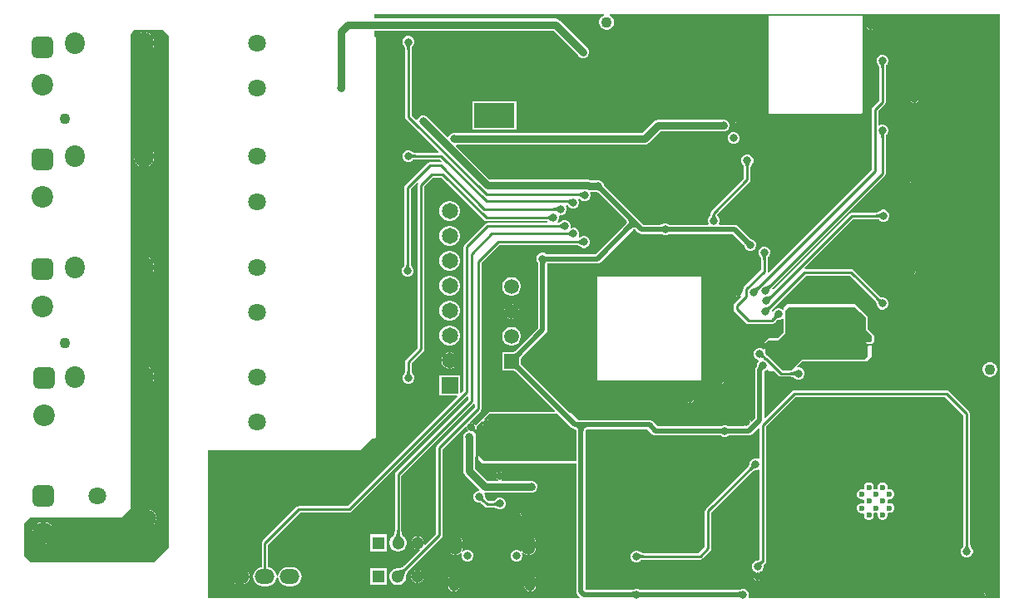
<source format=gbl>
G04*
G04 #@! TF.GenerationSoftware,Altium Limited,Altium Designer,23.6.0 (18)*
G04*
G04 Layer_Physical_Order=2*
G04 Layer_Color=16711680*
%FSTAX44Y44*%
%MOMM*%
G71*
G04*
G04 #@! TF.SameCoordinates,58D214BC-FFB1-4932-BAB2-E328C0CCEA72*
G04*
G04*
G04 #@! TF.FilePolarity,Positive*
G04*
G01*
G75*
%ADD10C,0.5080*%
%ADD12C,0.2540*%
%ADD26C,1.5000*%
%ADD74R,1.6510X1.6510*%
%ADD75C,1.6510*%
%ADD77C,1.1000*%
%ADD78C,1.3000*%
%ADD79R,1.3000X1.3000*%
%ADD91C,0.7620*%
%ADD92C,0.6000*%
%ADD93C,1.8000*%
%ADD94C,0.8000*%
%ADD95O,1.1500X1.8000*%
%ADD96O,1.4500X2.0000*%
%ADD97R,2.5400X4.0640*%
%ADD98R,4.0640X2.5400*%
%ADD99O,2.0000X2.2000*%
%ADD100C,2.2000*%
G04:AMPARAMS|DCode=101|XSize=2.2mm|YSize=2.2mm|CornerRadius=0.55mm|HoleSize=0mm|Usage=FLASHONLY|Rotation=270.000|XOffset=0mm|YOffset=0mm|HoleType=Round|Shape=RoundedRectangle|*
%AMROUNDEDRECTD101*
21,1,2.2000,1.1000,0,0,270.0*
21,1,1.1000,2.2000,0,0,270.0*
1,1,1.1000,-0.5500,-0.5500*
1,1,1.1000,-0.5500,0.5500*
1,1,1.1000,0.5500,0.5500*
1,1,1.1000,0.5500,-0.5500*
%
%ADD101ROUNDEDRECTD101*%
%ADD102R,1.5000X1.5000*%
%ADD103O,2.0000X1.5000*%
G36*
X00997139Y00009144D02*
Y00003367D01*
X00741839D01*
X00741009Y00004637D01*
X00741616Y00006102D01*
Y00008502D01*
X00740698Y00010719D01*
X00739001Y00012416D01*
X00736784Y00013334D01*
X00734384D01*
X00732167Y00012416D01*
X0073183Y00012079D01*
X00729957Y00011964D01*
X00631698D01*
X00630957Y00012001D01*
X00630543Y00012416D01*
X00628326Y00013334D01*
X00625926D01*
X00623709Y00012416D01*
X00623372Y00012079D01*
X00621499Y00011964D01*
X00575391D01*
X00575146Y00012209D01*
Y00173636D01*
X00575241Y00174176D01*
X0057539Y00174624D01*
X00575566Y00174951D01*
X00575766Y00175196D01*
X0057601Y00175395D01*
X00576338Y00175572D01*
X00576786Y00175721D01*
X00577326Y00175816D01*
X00638193D01*
X00643316Y00170694D01*
X00644828Y00169683D01*
X00646612Y00169328D01*
X0071247D01*
X00713211Y00169291D01*
X00713625Y00168876D01*
X00715842Y00167958D01*
X00718242D01*
X00720459Y00168876D01*
X00720796Y00169213D01*
X00722669Y00169328D01*
X00741546D01*
X0074333Y00169683D01*
X00744842Y00170694D01*
X0075111Y00176961D01*
X00752283Y00176475D01*
Y00146145D01*
X00751013Y00145501D01*
X0074923Y0014624D01*
X0074683D01*
X00744613Y00145322D01*
X00742916Y00143625D01*
X00741998Y00141408D01*
Y00140416D01*
X00741961Y00140265D01*
X00741946Y00139948D01*
X00741911Y0013973D01*
X00741846Y00139487D01*
X00741746Y00139217D01*
X00741603Y00138918D01*
X00741415Y00138592D01*
X00741195Y00138265D01*
X00740605Y00137545D01*
X00697643Y00094583D01*
X00696914Y0009349D01*
X00696657Y00092202D01*
Y0005575D01*
X00690534Y00049627D01*
X00633974D01*
X00633609Y00049654D01*
X00633141Y00049714D01*
X00632725Y00049795D01*
X00632361Y00049893D01*
X00632049Y00050004D01*
X00631786Y00050124D01*
X00631569Y00050249D01*
X00631391Y00050379D01*
X00631156Y00050593D01*
X00631023Y00050673D01*
X00630321Y00051374D01*
X00628104Y00052293D01*
X00625705D01*
X00623488Y00051374D01*
X00621791Y00049677D01*
X00620873Y0004746D01*
Y00045061D01*
X00621791Y00042844D01*
X00623488Y00041147D01*
X00625705Y00040229D01*
X00628104D01*
X00630321Y00041147D01*
X00631023Y00041849D01*
X00631156Y00041929D01*
X00631391Y00042142D01*
X00631569Y00042272D01*
X00631786Y00042397D01*
X00632049Y00042518D01*
X00632361Y00042628D01*
X00632725Y00042726D01*
X00633111Y00042801D01*
X00634038Y00042894D01*
X00691929D01*
X00693217Y0004315D01*
X00694309Y0004388D01*
X00702405Y00051975D01*
X00703134Y00053068D01*
X00703391Y00054356D01*
Y00090808D01*
X00745412Y00132829D01*
X00745689Y00133068D01*
X00746063Y00133356D01*
X00746414Y00133593D01*
X0074674Y00133781D01*
X00747039Y00133924D01*
X0074731Y00134024D01*
X00747552Y00134089D01*
X0074777Y00134124D01*
X00748087Y00134139D01*
X00748238Y00134176D01*
X0074923D01*
X00751013Y00134915D01*
X00752283Y00134271D01*
Y00042857D01*
X00752115Y00042722D01*
X00751795Y00042492D01*
X00751518Y0004232D01*
X00751292Y00042204D01*
X00751126Y00042138D01*
X00751027Y00042111D01*
X00750996Y00042107D01*
X00750845Y00042112D01*
X00750813Y00042106D01*
X00750781Y00042113D01*
X00750717Y000421D01*
X00749116D01*
X00746899Y00041182D01*
X00745202Y00039485D01*
X00744284Y00037268D01*
Y00034868D01*
X00745202Y00032651D01*
X00746899Y00030954D01*
X0074845Y00030312D01*
X0074845Y00028937D01*
X00748064Y00028777D01*
X00746939Y00027652D01*
X00746526Y00026656D01*
X00754134D01*
X00753721Y00027652D01*
X00752596Y00028777D01*
X00752195Y00028943D01*
X00752196Y00030317D01*
X00753733Y00030954D01*
X0075543Y00032651D01*
X00756348Y00034868D01*
Y00036469D01*
X00756361Y00036533D01*
X00756354Y00036565D01*
X0075636Y00036597D01*
X00756355Y00036748D01*
X00756359Y00036779D01*
X00756386Y00036878D01*
X00756452Y00037044D01*
X00756568Y0003727D01*
X0075674Y00037547D01*
X00756955Y00037846D01*
X0075751Y00038501D01*
X00758031Y00039021D01*
X0075876Y00040114D01*
X00759017Y00041402D01*
Y00178438D01*
X00789048Y00208469D01*
X00941453D01*
X00960055Y00189867D01*
Y00058377D01*
X00960029Y00058012D01*
X00959968Y00057544D01*
X00959887Y00057128D01*
X0095979Y00056764D01*
X00959679Y00056452D01*
X00959559Y0005619D01*
X00959433Y00055973D01*
X00959304Y00055794D01*
X0095909Y00055559D01*
X0095901Y00055427D01*
X00958308Y00054725D01*
X0095739Y00052508D01*
Y00050108D01*
X00958308Y00047891D01*
X00960005Y00046194D01*
X00962222Y00045276D01*
X00964622D01*
X00966839Y00046194D01*
X00968536Y00047891D01*
X00969454Y00050108D01*
Y00052508D01*
X00968536Y00054725D01*
X00967834Y00055427D01*
X00967754Y00055559D01*
X0096754Y00055794D01*
X00967411Y00055972D01*
X00967285Y0005619D01*
X00967165Y00056453D01*
X00967054Y00056764D01*
X00966957Y00057128D01*
X00966882Y00057515D01*
X00966789Y00058441D01*
Y00191262D01*
X00966532Y0019255D01*
X00965803Y00193643D01*
X00945229Y00214217D01*
X00944136Y00214946D01*
X00942848Y00215203D01*
X00787654D01*
X00786366Y00214946D01*
X00785273Y00214217D01*
X00758437Y0018738D01*
X00757264Y00187866D01*
Y00234515D01*
X00757361Y00234613D01*
X00759321Y00235424D01*
X0076055Y00236654D01*
X00762508Y00234696D01*
X00767311D01*
X00771724Y00230283D01*
X00772816Y00229554D01*
X00774105Y00229297D01*
X00784649D01*
X00785014Y00229271D01*
X00785482Y0022921D01*
X00785898Y00229129D01*
X00786262Y00229032D01*
X00786574Y00228921D01*
X00786836Y00228801D01*
X00787053Y00228675D01*
X00787232Y00228546D01*
X00787467Y00228332D01*
X00787599Y00228252D01*
X00788301Y0022755D01*
X00790518Y00226632D01*
X00792918D01*
X00795135Y0022755D01*
X00796832Y00229247D01*
X0079775Y00231464D01*
Y00233864D01*
X00796832Y00236081D01*
X00795135Y00237778D01*
X00792918Y00238696D01*
X00790656D01*
X00790372Y00239049D01*
X00790033Y00239869D01*
X00795274Y0024511D01*
X00861568D01*
X00866648Y0025019D01*
Y00261366D01*
X00863854D01*
X00862584Y00260096D01*
Y00250444D01*
X00859028Y00246888D01*
X0079502D01*
X00784163Y00236031D01*
X00775499D01*
X00761309Y00250221D01*
X00760217Y0025095D01*
X00759774Y00251038D01*
X0075968Y00251137D01*
X00759344Y00251521D01*
X00758772Y00252254D01*
X00758599Y00252513D01*
X00758472Y00252733D01*
X00758402Y00252881D01*
X00758381Y00252941D01*
X0075838Y00252947D01*
Y00255772D01*
X0075838Y00255772D01*
X0075838D01*
X0075838Y00257431D01*
Y00263351D01*
X00758444Y00263415D01*
X00761475Y00266446D01*
X00771144D01*
X00778256Y00273558D01*
Y00296926D01*
X00781558Y00300228D01*
X00849122D01*
X00860552Y00290066D01*
Y0027686D01*
X00860806D01*
X00866648Y00271018D01*
Y00266192D01*
X00865124Y00264668D01*
X0086184D01*
X0086184Y00264668D01*
X00860806D01*
X00860806Y00263906D01*
X00861314Y00263398D01*
X00861314Y00263398D01*
X00861822Y0026289D01*
X0086741D01*
X00869442Y00264922D01*
Y00271018D01*
X00862584Y00277876D01*
Y00290322D01*
X00849884Y00303022D01*
X00780542D01*
X00776986Y00299466D01*
Y00298363D01*
X00775716Y00297836D01*
X00775069Y00298484D01*
X00772852Y00299402D01*
X00770452D01*
X00768235Y00298484D01*
X00766538Y00296787D01*
X00766187Y00295938D01*
X00764697Y0029566D01*
X00764513Y00295853D01*
X00764528Y0029617D01*
X00764563Y00296388D01*
X00764628Y0029663D01*
X00764728Y00296901D01*
X00764871Y002972D01*
X00765059Y00297526D01*
X00765279Y00297852D01*
X00765869Y00298573D01*
X00799716Y00332421D01*
X00843948D01*
X00869907Y00306462D01*
X00870146Y00306185D01*
X00870434Y00305811D01*
X00870671Y0030546D01*
X00870859Y00305134D01*
X00871002Y00304835D01*
X00871103Y00304564D01*
X00871167Y00304322D01*
X00871202Y00304104D01*
X00871217Y00303787D01*
X00871254Y00303636D01*
Y00302644D01*
X00872172Y00300427D01*
X00873869Y0029873D01*
X00876086Y00297812D01*
X00878486D01*
X00880703Y0029873D01*
X008824Y00300427D01*
X00883318Y00302644D01*
Y00305044D01*
X008824Y00307261D01*
X00880703Y00308958D01*
X00878486Y00309876D01*
X00877494D01*
X00877343Y00309913D01*
X00877026Y00309928D01*
X00876808Y00309963D01*
X00876565Y00310028D01*
X00876295Y00310128D01*
X00875996Y00310271D01*
X0087567Y00310459D01*
X00875343Y00310679D01*
X00874623Y00311269D01*
X00847723Y00338169D01*
X0084663Y00338898D01*
X00845342Y00339155D01*
X00798848D01*
X00798322Y00340425D01*
X00847977Y00390079D01*
X00871517D01*
X00871882Y00390053D01*
X0087235Y00389992D01*
X00872766Y00389911D01*
X0087313Y00389814D01*
X00873442Y00389703D01*
X00873704Y00389583D01*
X00873921Y00389457D01*
X008741Y00389328D01*
X00874335Y00389114D01*
X00874467Y00389034D01*
X00875169Y00388332D01*
X00877386Y00387414D01*
X00879786D01*
X00882003Y00388332D01*
X008837Y00390029D01*
X00884618Y00392246D01*
Y00394646D01*
X008837Y00396863D01*
X00882003Y0039856D01*
X00879786Y00399478D01*
X00877386D01*
X00875169Y0039856D01*
X00874467Y00397858D01*
X00874335Y00397778D01*
X008741Y00397564D01*
X00873922Y00397435D01*
X00873704Y00397309D01*
X00873441Y00397189D01*
X0087313Y00397078D01*
X00872766Y00396981D01*
X00872379Y00396906D01*
X00871453Y00396813D01*
X00846582D01*
X00845294Y00396556D01*
X00844201Y00395827D01*
X0076665Y00318275D01*
X00766574Y00318244D01*
X00766226Y00318234D01*
X0076525Y00318671D01*
X00765215Y00319094D01*
X00765279Y00319188D01*
X00765869Y00319909D01*
X00879667Y00433707D01*
X00880396Y004348D01*
X00880653Y00436088D01*
Y00473305D01*
X00880679Y0047367D01*
X0088074Y00474138D01*
X00880821Y00474554D01*
X00880918Y00474918D01*
X00881029Y0047523D01*
X00881149Y00475492D01*
X00881275Y00475709D01*
X00881404Y00475888D01*
X00881618Y00476123D01*
X00881698Y00476255D01*
X008824Y00476957D01*
X00883318Y00479174D01*
Y00481574D01*
X008824Y00483791D01*
X00880703Y00485488D01*
X00878486Y00486406D01*
X00876086D01*
X00874333Y0048568D01*
X00873063Y00486341D01*
Y00500509D01*
X00879667Y00507113D01*
X00880396Y00508206D01*
X00880653Y00509494D01*
Y00544425D01*
X00880679Y0054479D01*
X0088074Y00545258D01*
X00880821Y00545674D01*
X00880918Y00546038D01*
X00881029Y0054635D01*
X00881149Y00546612D01*
X00881275Y00546829D01*
X00881404Y00547008D01*
X00881618Y00547243D01*
X00881698Y00547375D01*
X008824Y00548077D01*
X00883318Y00550294D01*
Y00552694D01*
X008824Y00554911D01*
X00880703Y00556608D01*
X00878486Y00557526D01*
X00876086D01*
X00873869Y00556608D01*
X00872172Y00554911D01*
X00871254Y00552694D01*
Y00550294D01*
X00872172Y00548077D01*
X00872874Y00547375D01*
X00872954Y00547243D01*
X00873168Y00547008D01*
X00873297Y00546829D01*
X00873423Y00546612D01*
X00873543Y00546349D01*
X00873654Y00546038D01*
X00873751Y00545674D01*
X00873826Y00545287D01*
X00873919Y00544361D01*
Y00510888D01*
X00867315Y00504285D01*
X00866586Y00503192D01*
X00866329Y00501904D01*
Y00440219D01*
X00761568Y00335458D01*
X00760397Y00336083D01*
X00760541Y00336804D01*
Y00349039D01*
X00760567Y00349404D01*
X00760628Y00349872D01*
X00760709Y00350288D01*
X00760806Y00350652D01*
X00760917Y00350964D01*
X00761037Y00351226D01*
X00761163Y00351443D01*
X00761292Y00351622D01*
X00761506Y00351857D01*
X00761586Y0035199D01*
X00762288Y00352691D01*
X00763206Y00354908D01*
Y00357308D01*
X00762288Y00359525D01*
X00760591Y00361222D01*
X00758374Y0036214D01*
X00755974D01*
X00753757Y00361222D01*
X0075206Y00359525D01*
X00751142Y00357308D01*
Y00354908D01*
X0075206Y00352691D01*
X00752762Y0035199D01*
X00752842Y00351857D01*
X00753056Y00351622D01*
X00753185Y00351443D01*
X00753311Y00351226D01*
X00753431Y00350963D01*
X00753542Y00350652D01*
X00753639Y00350288D01*
X00753714Y00349901D01*
X00753807Y00348975D01*
Y00338199D01*
X00736486Y00320877D01*
X00735756Y00319785D01*
X007355Y00318497D01*
Y0031667D01*
X0073423Y00316417D01*
X00733895Y00317226D01*
X0073277Y00318351D01*
X00731774Y00318764D01*
Y0031496D01*
Y00311157D01*
X0073277Y00311569D01*
X00733557Y00310625D01*
X00726973Y00304041D01*
X00726243Y00302948D01*
X00725987Y0030166D01*
Y00298077D01*
X00726243Y00296788D01*
X00726973Y00295696D01*
X00738537Y00284131D01*
X0073963Y00283402D01*
X00740918Y00283145D01*
X00764794D01*
X00766082Y00283402D01*
X00767175Y00284131D01*
X00769034Y00285991D01*
X00769311Y0028623D01*
X00769685Y00286518D01*
X00770036Y00286755D01*
X00770362Y00286943D01*
X00770661Y00287086D01*
X00770932Y00287187D01*
X00771174Y00287251D01*
X00771392Y00287286D01*
X00771709Y00287301D01*
X0077186Y00287338D01*
X00772852D01*
X00775069Y00288256D01*
X00775716Y00288904D01*
X00776986Y00288377D01*
Y00274828D01*
X00770636Y00268478D01*
X00761238D01*
X00757481Y00264721D01*
X00757174Y00264414D01*
X00757174Y00263505D01*
X00757174Y00263505D01*
Y00263505D01*
X00757174Y00263505D01*
Y00257586D01*
X00756001Y002571D01*
X00755765Y00257336D01*
X00753548Y00258254D01*
X00751148D01*
X00748931Y00257336D01*
X00747234Y00255639D01*
X00746316Y00253422D01*
Y00251022D01*
X00747234Y00248805D01*
X00748931Y00247108D01*
X00751148Y0024619D01*
X00751229D01*
X00751756Y0024492D01*
X0075079Y00243955D01*
X00749872Y00241738D01*
Y00240308D01*
X00749306Y00239742D01*
X00748295Y0023823D01*
X0074794Y00236446D01*
Y00186977D01*
X00744251Y00183287D01*
X00742981Y00183813D01*
Y00184343D01*
X00742372Y00185813D01*
X00741246Y00186938D01*
X00740251Y00187351D01*
Y00183547D01*
X00738981D01*
Y00182277D01*
X00735177D01*
X0073559Y00181281D01*
X00736715Y00180156D01*
X00737281Y00179922D01*
X00737029Y00178652D01*
X00721614D01*
X00720873Y00178689D01*
X00720459Y00179104D01*
X00718242Y00180022D01*
X00715842D01*
X00713625Y00179104D01*
X00713288Y00178767D01*
X00711415Y00178652D01*
X00648543D01*
X0064342Y00183774D01*
X00641908Y00184785D01*
X00640124Y00185139D01*
X005673D01*
X00561848Y00191516D01*
X00560832Y00192786D01*
X00558776Y00192798D01*
X00511511Y00240063D01*
X00510636Y00241006D01*
X00510008Y0024179D01*
X00509526Y00242484D01*
X00509404Y00242697D01*
Y00244778D01*
X00509413Y00244825D01*
X00509404Y00244872D01*
Y00247539D01*
X00509511Y00247725D01*
X00509981Y00248398D01*
X00511256Y00249902D01*
X00534918Y00273564D01*
X00535929Y00275076D01*
X00536284Y0027686D01*
Y00344541D01*
X00537382Y00344588D01*
X00586994D01*
X00588778Y00344943D01*
X0059029Y00345954D01*
X00623171Y00378835D01*
X00623621Y00379149D01*
X00624043Y0037936D01*
X00624399Y00379467D01*
X00624713Y00379499D01*
X00625027Y00379467D01*
X00625383Y0037936D01*
X00625805Y00379149D01*
X00626255Y00378835D01*
X0062891Y0037618D01*
X00630422Y00375169D01*
X00632206Y00374814D01*
X00651764D01*
X00652505Y00374777D01*
X00652919Y00374362D01*
X00655136Y00373444D01*
X00657536D01*
X00659753Y00374362D01*
X0066009Y00374699D01*
X00661963Y00374814D01*
X00725017D01*
X00736167Y00363664D01*
X00736664Y00363114D01*
Y00362528D01*
X00737582Y00360311D01*
X00739279Y00358614D01*
X00741496Y00357696D01*
X00743896D01*
X00746113Y00358614D01*
X0074781Y00360311D01*
X00748728Y00362528D01*
Y00364928D01*
X0074781Y00367145D01*
X00746113Y00368842D01*
X00743896Y0036976D01*
X00743419D01*
X00742013Y00371003D01*
X00730244Y00382772D01*
X00728732Y00383783D01*
X00726948Y00384138D01*
X00711827D01*
X0071117Y00385408D01*
X00711898Y00387166D01*
Y00389566D01*
X0071098Y00391783D01*
X00709922Y0039284D01*
X00709865Y00392926D01*
X00709849Y00392937D01*
X00709838Y00392953D01*
X0070971Y00393076D01*
X00709673Y00393124D01*
X0070961Y00393234D01*
X00709531Y00393416D01*
X00709448Y00393671D01*
X0070937Y00393999D01*
X00709307Y00394372D01*
X00709284Y00394643D01*
X00742283Y00427641D01*
X00743012Y00428734D01*
X00743269Y00430022D01*
Y00442511D01*
X00743295Y00442876D01*
X00743356Y00443344D01*
X00743437Y0044376D01*
X00743534Y00444124D01*
X00743645Y00444436D01*
X00743765Y00444698D01*
X00743891Y00444915D01*
X0074402Y00445094D01*
X00744234Y00445329D01*
X00744314Y00445462D01*
X00745016Y00446163D01*
X00745934Y0044838D01*
Y0045078D01*
X00745016Y00452997D01*
X00743319Y00454694D01*
X00741102Y00455612D01*
X00738702D01*
X00736485Y00454694D01*
X00734788Y00452997D01*
X0073387Y0045078D01*
Y0044838D01*
X00734788Y00446163D01*
X0073549Y00445462D01*
X0073557Y00445329D01*
X00735784Y00445094D01*
X00735913Y00444916D01*
X00736039Y00444698D01*
X00736159Y00444435D01*
X0073627Y00444124D01*
X00736367Y0044376D01*
X00736442Y00443373D01*
X00736535Y00442447D01*
Y00431417D01*
X00703485Y00398367D01*
X00702756Y00397274D01*
X00702499Y00395986D01*
Y00395387D01*
X00702478Y00394842D01*
X00702429Y00394398D01*
X00702362Y00393999D01*
X00702284Y00393671D01*
X00702201Y00393416D01*
X00702122Y00393234D01*
X00702059Y00393124D01*
X00702022Y00393076D01*
X00701894Y00392953D01*
X00701883Y00392937D01*
X00701867Y00392926D01*
X0070181Y0039284D01*
X00700752Y00391783D01*
X00699834Y00389566D01*
Y00387166D01*
X00700562Y00385408D01*
X00699904Y00384138D01*
X00660908D01*
X00660167Y00384175D01*
X00659753Y0038459D01*
X00657536Y00385508D01*
X00655136D01*
X00652919Y0038459D01*
X00652582Y00384253D01*
X00650709Y00384138D01*
X00634137D01*
X00628009Y00390265D01*
X00628009Y00390265D01*
X00594664Y0042361D01*
X00594515Y00423763D01*
X00594042Y00424286D01*
Y00424872D01*
X00593124Y00427089D01*
X00591427Y00428786D01*
X0058921Y00429704D01*
X0058681D01*
X00586803Y00429701D01*
X00580749D01*
X00580396Y00429937D01*
X00578117Y00430391D01*
X00477447D01*
X0044323Y00464608D01*
X00443756Y00465878D01*
X00537603D01*
X00538389Y00465722D01*
X00635D01*
X00637279Y00466175D01*
X00639212Y00467466D01*
X00651183Y00479437D01*
X0071439D01*
X00714572Y00479362D01*
X00716972D01*
X00719189Y0048028D01*
X00720886Y00481977D01*
X00721804Y00484194D01*
Y00486594D01*
X00720886Y00488811D01*
X00719189Y00490508D01*
X00716972Y00491426D01*
X00714572D01*
X0071439Y00491351D01*
X00648716D01*
X00646437Y00490897D01*
X00644504Y00489606D01*
X00632533Y00477635D01*
X00539018D01*
X00538233Y00477791D01*
X00442901D01*
X00442719Y00477866D01*
X00440319D01*
X00438102Y00476948D01*
X00436405Y00475251D01*
X00435813Y00473821D01*
X00434315Y00473523D01*
X00415145Y00492692D01*
X0041507Y00492875D01*
X00413373Y00494572D01*
X00411156Y0049549D01*
X00408756D01*
X00406539Y00494572D01*
X00404842Y00492875D01*
X0040421Y00491348D01*
X00402751Y00491011D01*
X00398083Y00495678D01*
Y00563415D01*
X00398109Y0056378D01*
X0039817Y00564248D01*
X00398251Y00564664D01*
X00398348Y00565028D01*
X00398459Y0056534D01*
X00398579Y00565602D01*
X00398705Y00565819D01*
X00398834Y00565998D01*
X00399048Y00566233D01*
X00399128Y00566366D01*
X0039983Y00567067D01*
X00400748Y00569284D01*
Y00571684D01*
X0039983Y00573901D01*
X00398133Y00575598D01*
X00395916Y00576516D01*
X00393516D01*
X00391299Y00575598D01*
X00389602Y00573901D01*
X00388684Y00571684D01*
Y00569284D01*
X00389602Y00567067D01*
X00390304Y00566366D01*
X00390384Y00566233D01*
X00390598Y00565998D01*
X00390727Y0056582D01*
X00390853Y00565602D01*
X00390973Y00565339D01*
X00391084Y00565028D01*
X00391181Y00564664D01*
X00391256Y00564277D01*
X00391349Y00563351D01*
Y00494284D01*
X00391606Y00492996D01*
X00392335Y00491903D01*
X00425547Y00458692D01*
X00425061Y00457519D01*
X00401785D01*
X0040142Y00457545D01*
X00400952Y00457606D01*
X00400536Y00457687D01*
X00400172Y00457784D01*
X0039986Y00457895D01*
X00399598Y00458015D01*
X00399381Y00458141D01*
X00399202Y0045827D01*
X00398967Y00458484D01*
X00398834Y00458564D01*
X00398133Y00459266D01*
X00395916Y00460184D01*
X00393516D01*
X00391299Y00459266D01*
X00389602Y00457569D01*
X00388684Y00455352D01*
Y00452952D01*
X00389602Y00450735D01*
X00391299Y00449038D01*
X00393516Y0044812D01*
X00395916D01*
X00398133Y00449038D01*
X00398834Y0044974D01*
X00398967Y0044982D01*
X00399202Y00450034D01*
X0039938Y00450163D01*
X00399598Y00450289D01*
X00399861Y00450409D01*
X00400172Y0045052D01*
X00400536Y00450617D01*
X00400923Y00450692D01*
X00401849Y00450785D01*
X00426988D01*
X00428738Y00449035D01*
X00428112Y00447865D01*
X00427645Y00447958D01*
X00416905D01*
X00415616Y00447701D01*
X00414524Y00446972D01*
X00391827Y00424275D01*
X00391098Y00423182D01*
X00390841Y00421894D01*
Y00344127D01*
X00390815Y00343762D01*
X00390754Y00343294D01*
X00390673Y00342878D01*
X00390576Y00342514D01*
X00390465Y00342202D01*
X00390345Y0034194D01*
X00390219Y00341723D01*
X0039009Y00341544D01*
X00389876Y00341309D01*
X00389796Y00341176D01*
X00389094Y00340475D01*
X00388176Y00338258D01*
Y00335858D01*
X00389094Y00333641D01*
X00390791Y00331944D01*
X00393008Y00331026D01*
X00395408D01*
X00397625Y00331944D01*
X00399322Y00333641D01*
X0040024Y00335858D01*
Y00338258D01*
X00399322Y00340475D01*
X0039862Y00341176D01*
X0039854Y00341309D01*
X00398326Y00341544D01*
X00398197Y00341722D01*
X00398071Y0034194D01*
X00397951Y00342203D01*
X0039784Y00342514D01*
X00397743Y00342878D01*
X00397668Y00343265D01*
X00397575Y00344191D01*
Y00420499D01*
X00403759Y00426683D01*
X00404814Y00425976D01*
X00404557Y00424688D01*
Y00258696D01*
X00392589Y00246729D01*
X0039186Y00245636D01*
X00391603Y00244348D01*
Y00235161D01*
X00391577Y00234796D01*
X00391516Y00234328D01*
X00391435Y00233912D01*
X00391338Y00233548D01*
X00391227Y00233236D01*
X00391107Y00232974D01*
X00390981Y00232757D01*
X00390852Y00232578D01*
X00390638Y00232343D01*
X00390558Y00232211D01*
X00389856Y00231509D01*
X00388938Y00229292D01*
Y00226892D01*
X00389856Y00224675D01*
X00391553Y00222978D01*
X0039377Y0022206D01*
X0039617D01*
X00398387Y00222978D01*
X00400084Y00224675D01*
X00401002Y00226892D01*
Y00229292D01*
X00400084Y00231509D01*
X00399382Y00232211D01*
X00399302Y00232343D01*
X00399088Y00232578D01*
X00398959Y00232757D01*
X00398833Y00232974D01*
X00398713Y00233237D01*
X00398602Y00233548D01*
X00398505Y00233912D01*
X0039843Y00234299D01*
X00398337Y00235225D01*
Y00242953D01*
X00410305Y00254921D01*
X00411034Y00256014D01*
X00411291Y00257302D01*
Y00423293D01*
X00420241Y00432243D01*
X00428373D01*
X00471837Y00388779D01*
X0047293Y0038805D01*
X00474218Y00387793D01*
X00535333D01*
X00535686Y00387769D01*
X00536124Y00387715D01*
X0053617Y00387703D01*
X00536419Y00387415D01*
X00535838Y00386145D01*
X00475742D01*
X00474454Y00385888D01*
X00473361Y00385159D01*
X00452025Y00363823D01*
X00451296Y0036273D01*
X00451039Y00361442D01*
Y00215263D01*
X0044834Y00212564D01*
X00447167Y0021305D01*
Y00230759D01*
X00426593D01*
Y00210185D01*
X00444302D01*
X00444788Y00209012D01*
X00333124Y00097347D01*
X00283424D01*
X00282136Y0009709D01*
X00281043Y00096361D01*
X00246499Y00061817D01*
X0024577Y00060724D01*
X00245513Y00059436D01*
Y00034906D01*
X00245513Y000349D01*
X00243892Y00034687D01*
X00241573Y00033726D01*
X00239582Y00032198D01*
X00238054Y00030207D01*
X00237093Y00027888D01*
X00236766Y000254D01*
X00237093Y00022912D01*
X00238054Y00020593D01*
X00239582Y00018602D01*
X00241573Y00017074D01*
X00243892Y00016113D01*
X0024638Y00015786D01*
X0025138D01*
X00253868Y00016113D01*
X00256187Y00017074D01*
X00258178Y00018602D01*
X00259706Y00020593D01*
X00260667Y00022912D01*
X00260885Y00024568D01*
X0026094Y00024984D01*
X0026222D01*
X00262275Y00024568D01*
X00262493Y00022912D01*
X00263454Y00020593D01*
X00264982Y00018602D01*
X00266973Y00017074D01*
X00269292Y00016113D01*
X0027178Y00015786D01*
X0027678D01*
X00279268Y00016113D01*
X00281587Y00017074D01*
X00283578Y00018602D01*
X00285106Y00020593D01*
X00286067Y00022912D01*
X00286394Y000254D01*
X00286067Y00027888D01*
X00285106Y00030207D01*
X00283578Y00032198D01*
X00281587Y00033726D01*
X00279268Y00034687D01*
X0027678Y00035014D01*
X0027178D01*
X00269292Y00034687D01*
X00266973Y00033726D01*
X00264982Y00032198D01*
X00263454Y00030207D01*
X00262493Y00027888D01*
X00262275Y00026232D01*
X0026222Y00025816D01*
X0026094D01*
X00260885Y00026232D01*
X00260667Y00027888D01*
X00259706Y00030207D01*
X00258178Y00032198D01*
X00256187Y00033726D01*
X00253868Y00034687D01*
X00252247Y000349D01*
X00252247Y00034906D01*
Y00058042D01*
X00284818Y00090613D01*
X00334518D01*
X00335806Y0009087D01*
X00336899Y00091599D01*
X00454597Y00209298D01*
X0045577Y00208812D01*
Y0020577D01*
X00381987Y00131987D01*
X00381258Y00130894D01*
X00381001Y00129606D01*
Y00072105D01*
X00380997Y00071974D01*
X00380914Y00071174D01*
X00380778Y00070416D01*
X0038059Y00069699D01*
X00380352Y00069019D01*
X00380062Y00068374D01*
X00379721Y00067759D01*
X00379327Y00067171D01*
X00378876Y00066607D01*
X00378311Y00066007D01*
X00378219Y00065861D01*
X00377541Y00065183D01*
X00376417Y00063237D01*
X00375836Y00061067D01*
Y00058821D01*
X00376417Y00056651D01*
X00377541Y00054705D01*
X00379129Y00053117D01*
X00381075Y00051993D01*
X00383245Y00051412D01*
X00385491D01*
X00387661Y00051993D01*
X00389607Y00053117D01*
X00391195Y00054705D01*
X00392318Y00056651D01*
X003929Y00058821D01*
Y00061067D01*
X00392318Y00063237D01*
X00391195Y00065183D01*
X00390517Y00065861D01*
X00390425Y00066007D01*
X0038986Y00066607D01*
X00389409Y00067171D01*
X00389015Y00067759D01*
X00388674Y00068374D01*
X00388384Y00069019D01*
X00388146Y00069699D01*
X00387958Y00070416D01*
X00387822Y00071174D01*
X00387739Y00071974D01*
X00387735Y00072105D01*
Y00128211D01*
X00461199Y00201676D01*
X00462454Y00201231D01*
X00462469Y00201219D01*
Y00197736D01*
X00424085Y00159353D01*
X00423356Y0015826D01*
X00423099Y00156972D01*
Y00069146D01*
X00411869Y00057916D01*
X0041073Y00058573D01*
X00410757Y00058674D01*
X00405638D01*
Y00053555D01*
X00405739Y00053582D01*
X00406396Y00052443D01*
X00390332Y0003638D01*
X00390237Y00036291D01*
X00389612Y00035783D01*
X00388981Y00035344D01*
X00388341Y00034969D01*
X00387691Y00034657D01*
X0038703Y00034405D01*
X00386354Y00034211D01*
X00385659Y00034075D01*
X00384942Y00033995D01*
X00384118Y00033971D01*
X0038395Y00033932D01*
X00382991D01*
X00380821Y00033351D01*
X00378875Y00032227D01*
X00377287Y00030639D01*
X00376163Y00028693D01*
X00375582Y00026523D01*
Y00024277D01*
X00376163Y00022107D01*
X00377287Y00020161D01*
X00378875Y00018573D01*
X00380821Y00017449D01*
X00382991Y00016868D01*
X00385237D01*
X00387407Y00017449D01*
X00389353Y00018573D01*
X00390941Y00020161D01*
X00392065Y00022107D01*
X00392646Y00024277D01*
Y00025236D01*
X00392685Y00025404D01*
X00392709Y00026228D01*
X00392789Y00026945D01*
X00392925Y0002764D01*
X00393119Y00028316D01*
X00393371Y00028977D01*
X00393683Y00029627D01*
X00394058Y00030267D01*
X00394497Y00030898D01*
X00395005Y00031523D01*
X00395094Y00031619D01*
X00428847Y00065371D01*
X00429576Y00066464D01*
X00429833Y00067752D01*
X00429833Y00067752D01*
Y00155577D01*
X00453267Y00179012D01*
X0045447Y00178419D01*
Y00177258D01*
X00455079Y00175788D01*
X00455925Y00174942D01*
X00455531Y00173672D01*
X00455492D01*
X00453275Y00172754D01*
X00451578Y00171057D01*
X0045066Y0016884D01*
Y0016644D01*
X00450736Y00166258D01*
Y0013335D01*
X00451189Y00131071D01*
X0045248Y00129138D01*
X00467228Y0011439D01*
X00466702Y0011312D01*
X00465752D01*
X00463535Y00112202D01*
X00461838Y00110505D01*
X0046092Y00108288D01*
Y00105888D01*
X00461838Y00103671D01*
X00463535Y00101974D01*
X00465752Y00101056D01*
X00466744D01*
X00466895Y00101019D01*
X00467212Y00101004D01*
X0046743Y00100969D01*
X00467673Y00100905D01*
X00467943Y00100804D01*
X00468242Y00100661D01*
X00468568Y00100473D01*
X00468895Y00100253D01*
X00469615Y00099663D01*
X00472599Y00096679D01*
X00473692Y0009595D01*
X0047498Y00095693D01*
X00481484D01*
X0048174Y00095679D01*
X00482759Y00095558D01*
X00483169Y00095479D01*
X00483567Y0009538D01*
X0048393Y00095268D01*
X00484258Y00095143D01*
X00484402Y00095077D01*
X00484517Y00094962D01*
X00486734Y00094044D01*
X00489134D01*
X00491351Y00094962D01*
X00493048Y00096659D01*
X00493966Y00098876D01*
Y00101276D01*
X00493048Y00103493D01*
X00491351Y0010519D01*
X00489134Y00106108D01*
X00486734D01*
X00484517Y0010519D01*
X0048282Y00103493D01*
X00482649Y0010308D01*
X00482612Y00103025D01*
X00482551Y0010296D01*
X00482455Y00102883D01*
X00482306Y00102794D01*
X00482092Y00102698D01*
X00481806Y00102605D01*
X00481447Y00102523D01*
X00481015Y00102458D01*
X0048063Y00102427D01*
X00476375D01*
X00474331Y0010447D01*
X00474092Y00104747D01*
X00473804Y00105121D01*
X00473567Y00105472D01*
X00473379Y00105798D01*
X00473236Y00106097D01*
X00473135Y00106368D01*
X00473071Y0010661D01*
X00473036Y00106828D01*
X00473021Y00107145D01*
X00472984Y00107296D01*
Y00108288D01*
X00472193Y00110196D01*
X00472469Y00110854D01*
X00472568Y00110999D01*
X00472968Y00111391D01*
X00518556D01*
X00518738Y00111316D01*
X00521138D01*
X00523355Y00112234D01*
X00525052Y00113931D01*
X0052597Y00116148D01*
Y00118548D01*
X00525052Y00120765D01*
X00523355Y00122462D01*
X00521138Y0012338D01*
X00518738D01*
X00518556Y00123305D01*
X00489717D01*
X00489465Y00124574D01*
X004902Y00124879D01*
X00490793Y00125473D01*
X00490791Y0012547D01*
Y00127D01*
X00485077D01*
Y0012547D01*
X00485075Y00125473D01*
X00485668Y00124879D01*
X00486403Y00124574D01*
X00486151Y00123305D01*
X00475161D01*
X00462649Y00135817D01*
Y00147324D01*
X00463822Y0014781D01*
X00470408Y00141224D01*
X00565822D01*
Y00010278D01*
X00566177Y00008494D01*
X00567188Y00006982D01*
X00569533Y00004637D01*
X00569007Y00003367D01*
X00190754D01*
Y00154432D01*
X00345948D01*
X00357846Y0016633D01*
X00359918D01*
X00360711Y00166488D01*
X00361383Y00166937D01*
X00361832Y00167609D01*
X0036199Y00168402D01*
Y00189226D01*
Y0023647D01*
Y00258568D01*
Y00316988D01*
Y00366268D01*
Y0053086D01*
Y0057404D01*
X00361832Y00574833D01*
X00361383Y00575505D01*
X00360711Y00575954D01*
X00359918Y00576112D01*
Y00582308D01*
X00542109D01*
X00567327Y0055709D01*
X00567402Y00556907D01*
X00569099Y0055521D01*
X00571316Y00554292D01*
X00573716D01*
X00575933Y0055521D01*
X0057763Y00556907D01*
X00578548Y00559124D01*
Y00561524D01*
X0057763Y00563741D01*
X00575933Y00565438D01*
X00575751Y00565513D01*
X00548788Y00592476D01*
X00546855Y00593767D01*
X00544576Y00594221D01*
X00359918D01*
Y00598867D01*
X00593678D01*
X00593845Y00597597D01*
X00593739Y00597569D01*
X00592021Y00596577D01*
X00590619Y00595175D01*
X00589627Y00593457D01*
X00589114Y00591542D01*
Y00589558D01*
X00589627Y00587643D01*
X00590619Y00585925D01*
X00592021Y00584523D01*
X00593739Y00583531D01*
X00595654Y00583018D01*
X00597638D01*
X00599553Y00583531D01*
X00601271Y00584523D01*
X00602673Y00585925D01*
X00603665Y00587643D01*
X00604178Y00589558D01*
Y00591542D01*
X00603665Y00593457D01*
X00602673Y00595175D01*
X00601271Y00596577D01*
X00599553Y00597569D01*
X00599446Y00597597D01*
X00599614Y00598867D01*
X00997139D01*
Y00009144D01*
D02*
G37*
G36*
X00397225Y00567308D02*
X00396965Y0056695D01*
X00396736Y00566553D01*
X00396537Y00566118D01*
X00396368Y00565643D01*
X00396231Y0056513D01*
X00396124Y00564579D01*
X00396047Y00563988D01*
X00396001Y00563359D01*
X00395986Y00562691D01*
X00393446D01*
X00393431Y00563359D01*
X00393308Y00564579D01*
X00393201Y0056513D01*
X00393064Y00565643D01*
X00392895Y00566118D01*
X00392696Y00566553D01*
X00392467Y0056695D01*
X00392207Y00567308D01*
X00391916Y00567627D01*
X00397516D01*
X00397225Y00567308D01*
D02*
G37*
G36*
X00879795Y00548318D02*
X00879535Y0054796D01*
X00879306Y00547563D01*
X00879107Y00547128D01*
X00878939Y00546653D01*
X00878801Y0054614D01*
X00878694Y00545589D01*
X00878617Y00544998D01*
X00878571Y00544369D01*
X00878556Y00543701D01*
X00876016D01*
X00876001Y00544369D01*
X00875878Y00545589D01*
X00875771Y0054614D01*
X00875633Y00546653D01*
X00875465Y00547128D01*
X00875266Y00547563D01*
X00875037Y0054796D01*
X00874777Y00548318D01*
X00874486Y00548637D01*
X00880086D01*
X00879795Y00548318D01*
D02*
G37*
G36*
Y00477198D02*
X00879535Y0047684D01*
X00879306Y00476443D01*
X00879107Y00476008D01*
X00878939Y00475533D01*
X00878801Y0047502D01*
X00878694Y00474469D01*
X00878617Y00473878D01*
X00878571Y00473249D01*
X00878556Y00472581D01*
X00876016D01*
X00876001Y00473249D01*
X00875878Y00474469D01*
X00875771Y0047502D01*
X00875633Y00475533D01*
X00875465Y00476008D01*
X00875266Y00476443D01*
X00875037Y0047684D01*
X00874777Y00477198D01*
X00874486Y00477517D01*
X00880086D01*
X00879795Y00477198D01*
D02*
G37*
G36*
X00397892Y00456661D02*
X0039825Y00456401D01*
X00398647Y00456172D01*
X00399082Y00455973D01*
X00399557Y00455804D01*
X0040007Y00455667D01*
X00400621Y0045556D01*
X00401212Y00455483D01*
X00401841Y00455437D01*
X00402509Y00455422D01*
Y00452882D01*
X00401841Y00452867D01*
X00400621Y00452744D01*
X0040007Y00452637D01*
X00399557Y004525D01*
X00399082Y00452331D01*
X00398647Y00452132D01*
X0039825Y00451903D01*
X00397892Y00451643D01*
X00397573Y00451352D01*
Y00456952D01*
X00397892Y00456661D01*
D02*
G37*
G36*
X00742411Y00446404D02*
X00742151Y00446046D01*
X00741922Y00445649D01*
X00741723Y00445214D01*
X00741554Y00444739D01*
X00741417Y00444226D01*
X0074131Y00443675D01*
X00741233Y00443084D01*
X00741187Y00442455D01*
X00741172Y00441787D01*
X00738632D01*
X00738617Y00442455D01*
X00738494Y00443675D01*
X00738387Y00444226D01*
X0073825Y00444739D01*
X00738081Y00445214D01*
X00737882Y00445649D01*
X00737653Y00446046D01*
X00737393Y00446404D01*
X00737102Y00446723D01*
X00742702D01*
X00742411Y00446404D01*
D02*
G37*
G36*
X00591874Y00423579D02*
X00591911Y00423533D01*
X0059201Y00423632D01*
X00592037Y00423535D01*
X00592121Y00423388D01*
X00592261Y00423193D01*
X00592458Y00422949D01*
X00593007Y00422341D01*
X00597202Y00418072D01*
X0059361Y0041448D01*
X00589234Y00418684D01*
X00588147Y00419645D01*
X0058805Y00419672D01*
X00588126Y00419748D01*
X00588008Y00419862D01*
X0059182Y00423674D01*
X00591874Y00423579D01*
D02*
G37*
G36*
X00570986Y00412009D02*
X00570693Y00412314D01*
X00570358Y00412587D01*
X00569981Y00412828D01*
X00569562Y00413036D01*
X00569101Y00413213D01*
X00568597Y00413358D01*
X00568051Y0041347D01*
X00567463Y0041355D01*
X00566833Y00413599D01*
X00566161Y00413615D01*
X00566358Y00416155D01*
X00567021Y00416169D01*
X00568241Y00416284D01*
X00568798Y00416385D01*
X0056932Y00416514D01*
X00569806Y00416673D01*
X00570257Y0041686D01*
X00570672Y00417076D01*
X00571051Y0041732D01*
X00571396Y00417593D01*
X00570986Y00412009D01*
D02*
G37*
G36*
X0058681Y0041764D02*
X00587287D01*
X0058783Y0041716D01*
X00590371Y00414719D01*
X00616579Y00388511D01*
X00616893Y00388061D01*
X00617104Y00387639D01*
X00617211Y00387283D01*
X00617243Y00386969D01*
X00617211Y00386655D01*
X00617104Y00386299D01*
X00616893Y00385877D01*
X00616579Y00385427D01*
X00585063Y00353912D01*
X00536465D01*
X00536418Y00353913D01*
X00535688Y00353969D01*
X00535039Y00354618D01*
X00532822Y00355536D01*
X00530422D01*
X00528205Y00354618D01*
X00526508Y00352921D01*
X0052559Y00350704D01*
Y00348304D01*
X00526508Y00346087D01*
X00526845Y0034575D01*
X0052696Y00343877D01*
Y00278791D01*
X00504907Y00256738D01*
X0050397Y00255867D01*
X00503183Y00255235D01*
X00502486Y00254749D01*
X00502301Y00254642D01*
X0049034D01*
Y00235578D01*
X0050011D01*
X00500157Y00235569D01*
X00500204Y00235578D01*
X00502285D01*
X00502498Y00235456D01*
X00503168Y0023499D01*
X00504672Y00233718D01*
X00544329Y0019406D01*
X00543839Y00192889D01*
X00476758Y00193294D01*
X00463396Y00179932D01*
X00461898Y0018023D01*
X00461861Y0018032D01*
X00460736Y00181445D01*
X00459266Y00182054D01*
X00458105D01*
X00457512Y00183257D01*
X00468217Y00193961D01*
X00468946Y00195054D01*
X00469203Y00196342D01*
Y00344808D01*
X00487551Y00363155D01*
X00566463D01*
X00566828Y00363129D01*
X00567296Y00363068D01*
X00567712Y00362987D01*
X00568076Y0036289D01*
X00568388Y00362779D01*
X0056865Y00362659D01*
X00568867Y00362533D01*
X00569046Y00362404D01*
X00569281Y0036219D01*
X00569413Y0036211D01*
X00570115Y00361408D01*
X00572332Y0036049D01*
X00574732D01*
X00576949Y00361408D01*
X00578646Y00363105D01*
X00579564Y00365322D01*
Y00367722D01*
X00578646Y00369939D01*
X00576949Y00371636D01*
X00574732Y00372554D01*
X00572332D01*
X00570115Y00371636D01*
X00569413Y00370934D01*
X00569013Y00370927D01*
X00568882Y00371057D01*
X00568283Y00372288D01*
X00568896Y00373768D01*
Y00376168D01*
X00567978Y00378385D01*
X00566281Y00380082D01*
X00564064Y00381D01*
X00561664D01*
X00561033Y00380738D01*
X00560378Y00381274D01*
X00560006Y00381688D01*
Y00383978D01*
X00559088Y00386195D01*
X00557391Y00387892D01*
X00555174Y0038881D01*
X00552774D01*
X00550557Y00387892D01*
X00549855Y0038719D01*
X00549723Y0038711D01*
X00549488Y00386896D01*
X0054931Y00386767D01*
X00549092Y00386641D01*
X00548829Y00386521D01*
X00548518Y0038641D01*
X00548154Y00386313D01*
X00547767Y00386238D01*
X00547404Y00386201D01*
X00546826Y0038742D01*
X00547404Y00387997D01*
X00548322Y00390214D01*
Y00392614D01*
X00548047Y00393276D01*
X0054901Y00394272D01*
X0055111D01*
X00553327Y0039519D01*
X00555024Y00396887D01*
X00555942Y00399104D01*
Y00401504D01*
X00555191Y00403316D01*
X00555194Y00403344D01*
X00555462Y00404D01*
X00555673Y00404267D01*
X00555966Y00404513D01*
X0055612Y0040449D01*
X00556478Y00404408D01*
X00556762Y00404315D01*
X00556973Y0040422D01*
X00557118Y00404132D01*
X00557211Y00404058D01*
X00557268Y00403995D01*
X00557319Y0040392D01*
X00557496Y00403491D01*
X00559193Y00401794D01*
X0056141Y00400876D01*
X0056381D01*
X00566027Y00401794D01*
X00567724Y00403491D01*
X00568642Y00405708D01*
Y00408108D01*
X00568085Y00409453D01*
X00568868Y0041069D01*
X00569335Y00410737D01*
X00569491Y00410574D01*
X00569611Y0041049D01*
X00570623Y00409478D01*
X0057284Y0040856D01*
X0057524D01*
X00577457Y00409478D01*
X00579154Y00411175D01*
X00580072Y00413392D01*
Y00415792D01*
X00579683Y00416732D01*
X00580388Y00417788D01*
X00586452D01*
X0058681Y0041764D01*
D02*
G37*
G36*
X00559121Y00404951D02*
X00558901Y0040528D01*
X0055863Y00405575D01*
X00558308Y00405834D01*
X00557934Y00406059D01*
X00557509Y0040625D01*
X00557033Y00406406D01*
X00556506Y00406527D01*
X00555927Y00406613D01*
X00555298Y00406665D01*
X00554616Y00406683D01*
X00555348Y00409223D01*
X00555995Y00409234D01*
X00557207Y00409325D01*
X00557772Y00409404D01*
X00558819Y00409631D01*
X00559302Y00409779D01*
X00559757Y00409949D01*
X00560184Y00410141D01*
X00560584Y00410357D01*
X00559121Y00404951D01*
D02*
G37*
G36*
X00547053Y00397504D02*
X00546734Y00397795D01*
X00546376Y00398055D01*
X00545979Y00398284D01*
X00545544Y00398483D01*
X00545069Y00398652D01*
X00544556Y00398789D01*
X00544005Y00398896D01*
X00543414Y00398973D01*
X00542785Y00399019D01*
X00542117Y00399034D01*
Y00401574D01*
X00542785Y00401589D01*
X00544005Y00401712D01*
X00544556Y00401819D01*
X00545069Y00401956D01*
X00545544Y00402125D01*
X00545979Y00402324D01*
X00546376Y00402553D01*
X00546734Y00402813D01*
X00547053Y00403104D01*
Y00397504D01*
D02*
G37*
G36*
X00707149Y00395312D02*
X0070725Y00394113D01*
X00707338Y00393587D01*
X00707452Y0039311D01*
X00707591Y00392682D01*
X00707755Y00392303D01*
X00707945Y00391973D01*
X0070816Y00391693D01*
X007084Y00391461D01*
X00703332D01*
X00703572Y00391693D01*
X00703787Y00391973D01*
X00703977Y00392303D01*
X00704141Y00392682D01*
X0070428Y0039311D01*
X00704394Y00393587D01*
X00704482Y00394113D01*
X00704545Y00394688D01*
X00704596Y00395986D01*
X00707136D01*
X00707149Y00395312D01*
D02*
G37*
G36*
X00875729Y00390646D02*
X0087541Y00390937D01*
X00875052Y00391197D01*
X00874655Y00391426D01*
X0087422Y00391625D01*
X00873745Y00391794D01*
X00873232Y00391931D01*
X00872681Y00392038D01*
X0087209Y00392115D01*
X00871461Y00392161D01*
X00870793Y00392176D01*
Y00394716D01*
X00871461Y00394731D01*
X00872681Y00394854D01*
X00873232Y00394961D01*
X00873745Y00395098D01*
X0087422Y00395267D01*
X00874655Y00395466D01*
X00875052Y00395695D01*
X0087541Y00395955D01*
X00875729Y00396246D01*
Y00390646D01*
D02*
G37*
G36*
X00539617Y00388438D02*
X00539276Y00388714D01*
X00538899Y00388961D01*
X00538486Y00389179D01*
X00538037Y00389367D01*
X00537553Y00389527D01*
X00537032Y00389658D01*
X00536476Y00389759D01*
X00535884Y00389832D01*
X00535256Y00389875D01*
X00534592Y0038989D01*
X00534421Y0039243D01*
X00535093Y00392446D01*
X00536311Y00392574D01*
X00536858Y00392686D01*
X00537363Y00392829D01*
X00537826Y00393005D01*
X00538247Y00393213D01*
X00538627Y00393452D01*
X00538965Y00393723D01*
X00539261Y00394027D01*
X00539617Y00388438D01*
D02*
G37*
G36*
X00551117Y00379978D02*
X00550798Y00380269D01*
X0055044Y00380529D01*
X00550043Y00380758D01*
X00549608Y00380957D01*
X00549133Y00381125D01*
X0054862Y00381263D01*
X00548069Y0038137D01*
X00547478Y00381447D01*
X00546849Y00381493D01*
X00546181Y00381508D01*
Y00384048D01*
X00546849Y00384063D01*
X00548069Y00384186D01*
X0054862Y00384293D01*
X00549133Y00384431D01*
X00549608Y00384599D01*
X00550043Y00384798D01*
X0055044Y00385027D01*
X00550798Y00385287D01*
X00551117Y00385578D01*
Y00379978D01*
D02*
G37*
G36*
X00626509Y00388765D02*
X00628305Y00379785D01*
X00627587Y00380431D01*
X00626868Y00380934D01*
X0062615Y00381293D01*
X00625431Y00381509D01*
X00624713Y00381581D01*
X00623995Y00381509D01*
X00623276Y00381293D01*
X00622558Y00380934D01*
X00621839Y00380431D01*
X00621121Y00379785D01*
X00617529Y00383377D01*
X00618175Y00384095D01*
X00618678Y00384814D01*
X00619038Y00385532D01*
X00619253Y00386251D01*
X00619325Y00386969D01*
X00619253Y00387687D01*
X00619038Y00388406D01*
X00618678Y00389124D01*
X00618175Y00389843D01*
X00617529Y00390561D01*
X00626509Y00388765D01*
D02*
G37*
G36*
X00659281Y00382227D02*
X00659444Y00382182D01*
X00659681Y00382143D01*
X00659992Y0038211D01*
X00661374Y00382039D01*
X00663426Y00382016D01*
Y00376936D01*
X00662668Y00376933D01*
X00659281Y00376725D01*
X00659193Y00376676D01*
Y00382276D01*
X00659281Y00382227D01*
D02*
G37*
G36*
X00653479Y00376676D02*
X00653391Y00376725D01*
X00653229Y0037677D01*
X00652991Y00376809D01*
X0065268Y00376842D01*
X00651298Y00376913D01*
X00649246Y00376936D01*
Y00382016D01*
X00650004Y00382019D01*
X00653391Y00382227D01*
X00653479Y00382276D01*
Y00376676D01*
D02*
G37*
G36*
X00560007Y00372168D02*
X00559688Y00372459D01*
X0055933Y00372719D01*
X00558933Y00372948D01*
X00558498Y00373147D01*
X00558023Y00373316D01*
X0055751Y00373453D01*
X00556959Y0037356D01*
X00556368Y00373637D01*
X00555739Y00373683D01*
X00555071Y00373698D01*
Y00376238D01*
X00555739Y00376253D01*
X00556959Y00376376D01*
X0055751Y00376483D01*
X00558023Y0037662D01*
X00558498Y00376789D01*
X00558933Y00376988D01*
X0055933Y00377217D01*
X00559688Y00377477D01*
X00560007Y00377768D01*
Y00372168D01*
D02*
G37*
G36*
X00740017Y00370003D02*
X00742559Y00367755D01*
X00742656Y00367728D01*
X00738696Y00363768D01*
X00738669Y00363865D01*
X00738585Y00364012D01*
X00738445Y00364207D01*
X00738248Y00364451D01*
X00737321Y00365478D01*
X00735887Y00366945D01*
X00739479Y00370537D01*
X00740017Y00370003D01*
D02*
G37*
G36*
X00570675Y00363722D02*
X00570356Y00364013D01*
X00569998Y00364273D01*
X00569601Y00364502D01*
X00569166Y00364701D01*
X00568691Y00364869D01*
X00568178Y00365007D01*
X00567627Y00365114D01*
X00567036Y00365191D01*
X00566407Y00365237D01*
X00565739Y00365252D01*
Y00367792D01*
X00566407Y00367807D01*
X00567627Y0036793D01*
X00568178Y00368037D01*
X00568691Y00368175D01*
X00569166Y00368343D01*
X00569601Y00368542D01*
X00569998Y00368771D01*
X00570356Y00369031D01*
X00570675Y00369322D01*
Y00363722D01*
D02*
G37*
G36*
X00759683Y00352932D02*
X00759423Y00352574D01*
X00759194Y00352177D01*
X00758995Y00351742D01*
X00758827Y00351267D01*
X00758689Y00350754D01*
X00758582Y00350203D01*
X00758505Y00349612D01*
X00758459Y00348983D01*
X00758444Y00348315D01*
X00755904D01*
X00755889Y00348983D01*
X00755766Y00350203D01*
X00755659Y00350754D01*
X00755521Y00351267D01*
X00755353Y00351742D01*
X00755154Y00352177D01*
X00754925Y00352574D01*
X00754665Y00352932D01*
X00754374Y00353251D01*
X00759974D01*
X00759683Y00352932D01*
D02*
G37*
G36*
X00534744Y00352055D02*
X00534911Y00351999D01*
X00535152Y0035195D01*
X00535467Y00351908D01*
X00536317Y00351842D01*
X00538904Y0035179D01*
X00538484Y0034671D01*
X00534365Y00346531D01*
X00534328Y00346396D01*
X00534289Y00346159D01*
X00534256Y00345848D01*
X00534185Y00344466D01*
X00534162Y00342414D01*
X00529082D01*
X00529079Y00343172D01*
X00528871Y00346559D01*
X00528822Y00346647D01*
X00534303D01*
X00534651Y00352117D01*
X00534744Y00352055D01*
D02*
G37*
G36*
X00395493Y00344183D02*
X00395616Y00342963D01*
X00395723Y00342412D01*
X0039586Y00341899D01*
X00396029Y00341424D01*
X00396228Y00340989D01*
X00396457Y00340592D01*
X00396717Y00340234D01*
X00397008Y00339915D01*
X00391408D01*
X00391699Y00340234D01*
X00391959Y00340592D01*
X00392188Y00340989D01*
X00392387Y00341424D01*
X00392556Y00341899D01*
X00392693Y00342412D01*
X003928Y00342963D01*
X00392877Y00343554D01*
X00392923Y00344183D01*
X00392938Y00344851D01*
X00395478D01*
X00395493Y00344183D01*
D02*
G37*
G36*
X00764853Y00321858D02*
X00764391Y00321375D01*
X00763615Y00320426D01*
X00763301Y0031996D01*
X00763035Y003195D01*
X00762819Y00319046D01*
X00762652Y00318597D01*
X00762533Y00318155D01*
X00762464Y00317717D01*
X00762444Y00317286D01*
X00758484Y00321246D01*
X00758915Y00321266D01*
X00759352Y00321335D01*
X00759795Y00321454D01*
X00760244Y00321621D01*
X00760698Y00321837D01*
X00761158Y00322103D01*
X00761624Y00322417D01*
X00762096Y0032278D01*
X00762573Y00323193D01*
X00763056Y00323655D01*
X00764853Y00321858D01*
D02*
G37*
G36*
X00752577Y0031991D02*
X00752116Y00319427D01*
X0075134Y00318478D01*
X00751025Y00318012D01*
X0075076Y00317552D01*
X00750544Y00317097D01*
X00750376Y00316649D01*
X00750258Y00316206D01*
X00750189Y00315769D01*
X00750169Y00315337D01*
X00746209Y00319297D01*
X0074664Y00319317D01*
X00747077Y00319387D01*
X0074752Y00319505D01*
X00747969Y00319672D01*
X00748423Y00319889D01*
X00748883Y00320154D01*
X00749349Y00320468D01*
X00749821Y00320832D01*
X00750298Y00321244D01*
X00750781Y00321706D01*
X00752577Y0031991D01*
D02*
G37*
G36*
X00765919Y00310987D02*
X00765464Y00310514D01*
X00764677Y00309579D01*
X00764344Y00309117D01*
X00764052Y00308659D01*
X007638Y00308204D01*
X0076359Y00307754D01*
X0076342Y00307307D01*
X0076329Y00306864D01*
X00763202Y00306425D01*
X00759946Y00310981D01*
X00760354Y00310938D01*
X00760771Y00310952D01*
X00761198Y00311022D01*
X00761634Y00311149D01*
X00762078Y00311332D01*
X00762532Y00311573D01*
X00762996Y00311869D01*
X00763468Y00312223D01*
X00763949Y00312633D01*
X00764439Y00313099D01*
X00765919Y00310987D01*
D02*
G37*
G36*
X00873157Y00309791D02*
X00874106Y00309015D01*
X00874572Y00308701D01*
X00875032Y00308435D01*
X00875486Y00308219D01*
X00875935Y00308052D01*
X00876377Y00307933D01*
X00876815Y00307864D01*
X00877246Y00307844D01*
X00873286Y00303884D01*
X00873266Y00304315D01*
X00873197Y00304753D01*
X00873078Y00305195D01*
X00872911Y00305644D01*
X00872695Y00306098D01*
X00872429Y00306558D01*
X00872115Y00307024D01*
X00871751Y00307496D01*
X00871339Y00307973D01*
X00870878Y00308456D01*
X00872673Y00310252D01*
X00873157Y00309791D01*
D02*
G37*
G36*
X00764853Y00300522D02*
X00764391Y00300039D01*
X00763615Y0029909D01*
X00763301Y00298624D01*
X00763035Y00298164D01*
X00762819Y0029771D01*
X00762652Y00297261D01*
X00762533Y00296819D01*
X00762464Y00296381D01*
X00762444Y0029595D01*
X00758484Y0029991D01*
X00758915Y0029993D01*
X00759352Y00299999D01*
X00759795Y00300118D01*
X00760244Y00300285D01*
X00760698Y00300501D01*
X00761158Y00300767D01*
X00761624Y00301081D01*
X00762096Y00301444D01*
X00762573Y00301857D01*
X00763056Y00302318D01*
X00764853Y00300522D01*
D02*
G37*
G36*
X00771612Y0028937D02*
X00771181Y0028935D01*
X00770743Y00289281D01*
X00770301Y00289162D01*
X00769852Y00288995D01*
X00769398Y00288779D01*
X00768938Y00288513D01*
X00768472Y00288199D01*
X00768Y00287836D01*
X00767523Y00287423D01*
X00767039Y00286961D01*
X00765244Y00288757D01*
X00765705Y00289241D01*
X00766481Y0029019D01*
X00766795Y00290656D01*
X00767061Y00291116D01*
X00767277Y0029157D01*
X00767444Y00292019D01*
X00767563Y00292461D01*
X00767632Y00292899D01*
X00767652Y0029333D01*
X00771612Y0028937D01*
D02*
G37*
G36*
X00510934Y00252579D02*
X00509925Y00251535D01*
X00508338Y00249664D01*
X0050776Y00248836D01*
X00507326Y00248082D01*
X00507036Y002474D01*
X00506889Y0024679D01*
X00506886Y00246252D01*
X00507027Y00245788D01*
X00507311Y00245395D01*
X00500157Y00252549D01*
X0050055Y00252265D01*
X00501015Y00252124D01*
X00501552Y00252127D01*
X00502162Y00252274D01*
X00502844Y00252564D01*
X00503598Y00252998D01*
X00504426Y00253576D01*
X00505325Y00254298D01*
X00507341Y00256172D01*
X00510934Y00252579D01*
D02*
G37*
G36*
X00756377Y00252397D02*
X00756481Y00252098D01*
X00756635Y00251772D01*
X00756838Y00251419D01*
X00757091Y00251039D01*
X00757747Y00250199D01*
X0075815Y00249739D01*
X00759106Y00248738D01*
X00757309Y00246942D01*
X00756889Y00247345D01*
X00756106Y00247991D01*
X00755743Y00248234D01*
X00755399Y00248423D01*
X00755074Y00248558D01*
X00754769Y0024864D01*
X00754482Y00248668D01*
X00754215Y00248643D01*
X00753967Y00248564D01*
X00756323Y00252669D01*
X00756377Y00252397D01*
D02*
G37*
G36*
X00507054Y0024443D02*
X0050691Y00243963D01*
Y00243424D01*
X00507054Y00242813D01*
X00507341Y00242131D01*
X00507773Y00241376D01*
X00508347Y0024055D01*
X00509066Y00239652D01*
X00510934Y0023764D01*
X00507341Y00234048D01*
X005063Y00235054D01*
X00504432Y00236635D01*
X00503606Y00237209D01*
X00502851Y0023764D01*
X00502169Y00237928D01*
X00501558Y00238072D01*
X00501019D01*
X00500552Y00237928D01*
X00500157Y0023764D01*
X00507341Y00244825D01*
X00507054Y0024443D01*
D02*
G37*
G36*
X00396255Y00235217D02*
X00396378Y00233997D01*
X00396485Y00233446D01*
X00396623Y00232933D01*
X00396791Y00232458D01*
X0039699Y00232023D01*
X00397219Y00231626D01*
X00397479Y00231268D01*
X0039777Y00230949D01*
X0039217D01*
X00392461Y00231268D01*
X00392721Y00231626D01*
X0039295Y00232023D01*
X00393149Y00232458D01*
X00393317Y00232933D01*
X00393455Y00233446D01*
X00393562Y00233997D01*
X00393639Y00234588D01*
X00393685Y00235217D01*
X003937Y00235885D01*
X0039624D01*
X00396255Y00235217D01*
D02*
G37*
G36*
X00788861Y00229864D02*
X00788542Y00230155D01*
X00788184Y00230415D01*
X00787787Y00230644D01*
X00787352Y00230843D01*
X00786877Y00231012D01*
X00786364Y00231149D01*
X00785813Y00231256D01*
X00785222Y00231333D01*
X00784593Y00231379D01*
X00783925Y00231394D01*
Y00233934D01*
X00784593Y00233949D01*
X00785813Y00234072D01*
X00786364Y00234179D01*
X00786877Y00234317D01*
X00787352Y00234485D01*
X00787787Y00234684D01*
X00788184Y00234913D01*
X00788542Y00235173D01*
X00788861Y00235464D01*
Y00229864D01*
D02*
G37*
G36*
X00561208Y00177182D02*
X0056272Y00176171D01*
X00564504Y00175816D01*
X00564888D01*
X00565016Y00175783D01*
X00565144Y0017572D01*
X00565247Y00175638D01*
X00565365Y00175495D01*
X00565503Y00175247D01*
X00565643Y00174863D01*
X00565762Y00174335D01*
X00565822Y00173828D01*
Y0014351D01*
X00471678D01*
X00464312Y00150876D01*
Y00172875D01*
X00463083Y00171646D01*
X00462599Y00172107D01*
X0046165Y00172883D01*
X00461184Y00173197D01*
X00460724Y00173463D01*
X0046027Y00173679D01*
X00459821Y00173846D01*
X00459379Y00173965D01*
X00458941Y00174034D01*
X0045851Y00174054D01*
X0046247Y00178014D01*
X0046249Y00177583D01*
X00462559Y00177146D01*
X00462678Y00176703D01*
X00462845Y00176254D01*
X00463061Y001758D01*
X00463327Y0017534D01*
X00463641Y00174874D01*
X00464005Y00174402D01*
X00464312Y00174046D01*
Y00178562D01*
X00469763Y00184013D01*
X0047084Y00183294D01*
X00470668Y0018288D01*
X00473202D01*
Y00185413D01*
X00472788Y00185242D01*
X00472069Y00186319D01*
X00477266Y00191516D01*
X00546874D01*
X00561208Y00177182D01*
D02*
G37*
G36*
X00578104Y00177938D02*
X00577139Y00177887D01*
X00576275Y00177735D01*
X00575513Y00177481D01*
X00574853Y00177125D01*
X00574294Y00176668D01*
X00573837Y00176109D01*
X00573481Y00175449D01*
X00573227Y00174687D01*
X00573075Y00173823D01*
X00573024Y00172858D01*
X00567944D01*
X0056791Y00173823D01*
X00567806Y00174687D01*
X00567634Y00175449D01*
X00567394Y00176109D01*
X00567084Y00176668D01*
X00566706Y00177125D01*
X00566259Y00177481D01*
X00565742Y00177735D01*
X00565158Y00177887D01*
X00564504Y00177938D01*
X00570484Y00183018D01*
X00578104Y00177938D01*
D02*
G37*
G36*
X00719987Y00176741D02*
X0072015Y00176696D01*
X00720387Y00176657D01*
X00720698Y00176624D01*
X0072208Y00176553D01*
X00724132Y0017653D01*
Y0017145D01*
X00723374Y00171447D01*
X00719987Y00171239D01*
X00719899Y0017119D01*
Y0017679D01*
X00719987Y00176741D01*
D02*
G37*
G36*
X00714185Y0017119D02*
X00714097Y00171239D01*
X00713934Y00171284D01*
X00713697Y00171323D01*
X00713386Y00171356D01*
X00712004Y00171427D01*
X00709952Y0017145D01*
Y0017653D01*
X0071071Y00176533D01*
X00714097Y00176741D01*
X00714185Y0017679D01*
Y0017119D01*
D02*
G37*
G36*
X0074799Y00136208D02*
X00747559Y00136188D01*
X00747122Y00136119D01*
X00746679Y00136D01*
X0074623Y00135833D01*
X00745776Y00135617D01*
X00745316Y00135351D01*
X0074485Y00135037D01*
X00744378Y00134674D01*
X00743901Y00134261D01*
X00743418Y00133799D01*
X00741621Y00135596D01*
X00742083Y00136079D01*
X00742859Y00137028D01*
X00743173Y00137494D01*
X00743439Y00137954D01*
X00743655Y00138408D01*
X00743822Y00138857D01*
X00743941Y00139299D01*
X0074401Y00139737D01*
X0074403Y00140168D01*
X0074799Y00136208D01*
D02*
G37*
G36*
X00470972Y00106617D02*
X00471041Y0010618D01*
X0047116Y00105737D01*
X00471327Y00105288D01*
X00471543Y00104834D01*
X00471809Y00104374D01*
X00472123Y00103908D01*
X00472486Y00103436D01*
X00472899Y00102959D01*
X0047336Y00102476D01*
X00471564Y0010068D01*
X00471081Y00101141D01*
X00470132Y00101917D01*
X00469666Y00102231D01*
X00469206Y00102497D01*
X00468752Y00102713D01*
X00468303Y0010288D01*
X0046786Y00102999D01*
X00467423Y00103068D01*
X00466992Y00103088D01*
X00470952Y00107048D01*
X00470972Y00106617D01*
D02*
G37*
G36*
X00485882Y00096642D02*
X00485484Y0009686D01*
X00485058Y00097055D01*
X00484605Y00097228D01*
X00484123Y00097377D01*
X00483614Y00097503D01*
X00483077Y00097606D01*
X0048192Y00097744D01*
X004813Y00097779D01*
X00480652Y0009779D01*
X00479942Y0010033D01*
X00480623Y00100347D01*
X00481253Y00100399D01*
X00481832Y00100486D01*
X0048236Y00100607D01*
X00482837Y00100762D01*
X00483264Y00100952D01*
X00483639Y00101177D01*
X00483964Y00101436D01*
X00484237Y0010173D01*
X0048446Y00102059D01*
X00485882Y00096642D01*
D02*
G37*
G36*
X00385671Y00071833D02*
X00385769Y00070884D01*
X00385933Y0006997D01*
X00386163Y00069093D01*
X00386458Y00068252D01*
X00386819Y00067446D01*
X00387245Y00066677D01*
X00387737Y00065944D01*
X00388295Y00065247D01*
X00388918Y00064586D01*
X00379818D01*
X00380441Y00065247D01*
X00380999Y00065944D01*
X00381491Y00066677D01*
X00381917Y00067446D01*
X00382278Y00068252D01*
X00382573Y00069093D01*
X00382803Y0006997D01*
X00382967Y00070884D01*
X00383065Y00071833D01*
X00383098Y00072819D01*
X00385638D01*
X00385671Y00071833D01*
D02*
G37*
G36*
X00964707Y00058433D02*
X0096483Y00057213D01*
X00964937Y00056662D01*
X00965074Y00056149D01*
X00965243Y00055674D01*
X00965442Y00055239D01*
X00965671Y00054842D01*
X00965931Y00054484D01*
X00966222Y00054165D01*
X00960622D01*
X00960913Y00054484D01*
X00961173Y00054842D01*
X00961402Y00055239D01*
X00961601Y00055674D01*
X00961769Y00056149D01*
X00961907Y00056662D01*
X00962014Y00057213D01*
X00962091Y00057804D01*
X00962137Y00058433D01*
X00962152Y00059101D01*
X00964692D01*
X00964707Y00058433D01*
D02*
G37*
G36*
X0063008Y0004877D02*
X00630438Y0004851D01*
X00630835Y0004828D01*
X00631271Y00048081D01*
X00631745Y00047913D01*
X00632258Y00047775D01*
X0063281Y00047668D01*
X006334Y00047592D01*
X0063403Y00047546D01*
X00634698Y00047531D01*
Y00044991D01*
X0063403Y00044975D01*
X0063281Y00044853D01*
X00632258Y00044746D01*
X00631745Y00044608D01*
X00631271Y0004444D01*
X00630835Y00044241D01*
X00630438Y00044011D01*
X0063008Y00043751D01*
X00629761Y00043461D01*
Y00049061D01*
X0063008Y0004877D01*
D02*
G37*
G36*
X00756548Y00040504D02*
X00756087Y00040025D01*
X00755321Y00039122D01*
X00755016Y00038698D01*
X00754764Y00038292D01*
X00754564Y00037904D01*
X00754417Y00037534D01*
X00754322Y00037182D01*
X00754279Y00036849D01*
X00754289Y00036533D01*
X00750781Y00040041D01*
X00751097Y00040031D01*
X0075143Y00040074D01*
X00751782Y00040169D01*
X00752152Y00040316D01*
X0075254Y00040516D01*
X00752946Y00040768D01*
X0075337Y00041073D01*
X00753813Y00041429D01*
X00754752Y000423D01*
X00756548Y00040504D01*
D02*
G37*
G36*
X00150876Y0057658D02*
Y0005461D01*
X00136144Y00039878D01*
X00010922D01*
X00004064Y00046736D01*
Y0008001D01*
X0001016Y00086106D01*
X00103124D01*
X00112522Y00095504D01*
Y0056134D01*
X00112522Y00577596D01*
X00115875Y00583184D01*
X00144272D01*
X00150876Y0057658D01*
D02*
G37*
G36*
X00250163Y00034957D02*
X00250201Y00034519D01*
X00250264Y00034133D01*
X00250353Y00033798D01*
X00250467Y00033515D01*
X00250606Y00033283D01*
X00250771Y00033103D01*
X00250961Y00032974D01*
X00251176Y00032897D01*
X00251417Y00032871D01*
X00246343D01*
X00246584Y00032897D01*
X00246799Y00032974D01*
X00246989Y00033103D01*
X00247154Y00033283D01*
X00247293Y00033515D01*
X00247407Y00033798D01*
X00247496Y00034133D01*
X00247559Y00034519D01*
X00247597Y00034957D01*
X0024761Y00035446D01*
X0025015D01*
X00250163Y00034957D01*
D02*
G37*
G36*
X00394116Y00033606D02*
X00393442Y00032886D01*
X0039284Y00032145D01*
X0039231Y00031383D01*
X00391852Y000306D01*
X00391466Y00029797D01*
X00391152Y00028972D01*
X0039091Y00028127D01*
X00390739Y0002726D01*
X0039064Y00026373D01*
X00390614Y00025465D01*
X00384179Y000319D01*
X00385087Y00031926D01*
X00385974Y00032025D01*
X00386841Y00032196D01*
X00387686Y00032438D01*
X00388511Y00032752D01*
X00389314Y00033138D01*
X00390097Y00033596D01*
X00390859Y00034126D01*
X003916Y00034728D01*
X0039232Y00035402D01*
X00394116Y00033606D01*
D02*
G37*
G36*
X00732727Y00004502D02*
X00732639Y00004551D01*
X00732477Y00004596D01*
X00732239Y00004635D01*
X00731928Y00004668D01*
X00730546Y00004739D01*
X00728494Y00004762D01*
Y00009842D01*
X00729252Y00009845D01*
X00732639Y00010053D01*
X00732727Y00010102D01*
Y00004502D01*
D02*
G37*
G36*
X00630071Y00010053D02*
X00630233Y00010008D01*
X00630471Y00009969D01*
X00630782Y00009936D01*
X00632164Y00009865D01*
X00634216Y00009842D01*
Y00004762D01*
X00633458Y00004759D01*
X00630071Y00004551D01*
X00629983Y00004502D01*
Y00010102D01*
X00630071Y00010053D01*
D02*
G37*
G36*
X00624269Y00004502D02*
X00624181Y00004551D01*
X00624019Y00004596D01*
X00623781Y00004635D01*
X0062347Y00004668D01*
X00622088Y00004739D01*
X00620036Y00004762D01*
Y00009842D01*
X00620794Y00009845D01*
X00624181Y00010053D01*
X00624269Y00010102D01*
Y00004502D01*
D02*
G37*
%LPC*%
G36*
X00866648Y00590544D02*
Y0058801D01*
X00869182D01*
X00868769Y00589006D01*
X00867644Y00590131D01*
X00866648Y00590544D01*
D02*
G37*
G36*
X00864108D02*
X00863112Y00590131D01*
X00861987Y00589006D01*
X00861574Y0058801D01*
X00864108D01*
Y00590544D01*
D02*
G37*
G36*
X00869182Y0058547D02*
X00866648D01*
Y00582937D01*
X00867644Y00583349D01*
X00868769Y00584474D01*
X00869182Y0058547D01*
D02*
G37*
G36*
X00864108D02*
X00861574D01*
X00861987Y00584474D01*
X00863112Y00583349D01*
X00864108Y00582937D01*
Y0058547D01*
D02*
G37*
G36*
X00502666Y00571754D02*
X00483616D01*
Y00560324D01*
X00502666D01*
Y00571754D01*
D02*
G37*
G36*
X00481076D02*
X00462026D01*
Y00560324D01*
X00481076D01*
Y00571754D01*
D02*
G37*
G36*
X00502666Y00557784D02*
X00483616D01*
Y00546354D01*
X00502666D01*
Y00557784D01*
D02*
G37*
G36*
X00481076D02*
X00462026D01*
Y00546354D01*
X00481076D01*
Y00557784D01*
D02*
G37*
G36*
X00444246Y00541274D02*
X00432816D01*
Y00522224D01*
X00444246D01*
Y00541274D01*
D02*
G37*
G36*
X00430276D02*
X00418846D01*
Y00522224D01*
X00430276D01*
Y00541274D01*
D02*
G37*
G36*
X00911098Y00516121D02*
Y00513588D01*
X00913632D01*
X00913219Y00514584D01*
X00912094Y00515709D01*
X00911098Y00516121D01*
D02*
G37*
G36*
X00908558D02*
X00907562Y00515709D01*
X00906437Y00514584D01*
X00906024Y00513588D01*
X00908558D01*
Y00516121D01*
D02*
G37*
G36*
X00913632Y00511048D02*
X00911098D01*
Y00508515D01*
X00912094Y00508927D01*
X00913219Y00510052D01*
X00913632Y00511048D01*
D02*
G37*
G36*
X00908558D02*
X00906024D01*
X00906437Y00510052D01*
X00907562Y00508927D01*
X00908558Y00508515D01*
Y00511048D01*
D02*
G37*
G36*
X00444246Y00519684D02*
X00432816D01*
Y00500634D01*
X00444246D01*
Y00519684D01*
D02*
G37*
G36*
X00430276D02*
X00418846D01*
Y00500634D01*
X00430276D01*
Y00519684D01*
D02*
G37*
G36*
X00856996Y005969D02*
X00761492D01*
X00761238Y00596646D01*
Y00497586D01*
X00856234D01*
X00857504Y00498856D01*
X00856996Y00499364D01*
Y005969D01*
D02*
G37*
G36*
X0073279Y00493769D02*
Y00491236D01*
X00735323D01*
X00734911Y00492232D01*
X00733786Y00493357D01*
X0073279Y00493769D01*
D02*
G37*
G36*
X0073025D02*
X00729254Y00493357D01*
X00728129Y00492232D01*
X00727717Y00491236D01*
X0073025D01*
Y00493769D01*
D02*
G37*
G36*
X00735323Y00488696D02*
X0073279D01*
Y00486162D01*
X00733786Y00486575D01*
X00734911Y004877D01*
X00735323Y00488696D01*
D02*
G37*
G36*
X0073025D02*
X00727717D01*
X00728129Y004877D01*
X00729254Y00486575D01*
X0073025Y00486162D01*
Y00488696D01*
D02*
G37*
G36*
X00504698Y00510286D02*
X00459994D01*
Y00480822D01*
X00504698D01*
Y00510286D01*
D02*
G37*
G36*
X00726878Y00478472D02*
X00724478D01*
X00722261Y00477554D01*
X00720564Y00475857D01*
X00719646Y0047364D01*
Y0047124D01*
X00720564Y00469023D01*
X00722261Y00467326D01*
X00724478Y00466408D01*
X00726878D01*
X00729095Y00467326D01*
X00730792Y00469023D01*
X0073171Y0047124D01*
Y0047364D01*
X00730792Y00475857D01*
X00729095Y00477554D01*
X00726878Y00478472D01*
D02*
G37*
G36*
X0091059Y00432809D02*
Y00430276D01*
X00913123D01*
X00912711Y00431272D01*
X00911586Y00432397D01*
X0091059Y00432809D01*
D02*
G37*
G36*
X0090805D02*
X00907054Y00432397D01*
X00905929Y00431272D01*
X00905517Y00430276D01*
X0090805D01*
Y00432809D01*
D02*
G37*
G36*
X00913123Y00427736D02*
X0091059D01*
Y00425202D01*
X00911586Y00425615D01*
X00912711Y0042674D01*
X00913123Y00427736D01*
D02*
G37*
G36*
X0090805D02*
X00905517D01*
X00905929Y0042674D01*
X00907054Y00425615D01*
X0090805Y00425202D01*
Y00427736D01*
D02*
G37*
G36*
X00438234Y00408559D02*
X00435526D01*
X00432909Y00407858D01*
X00430564Y00406504D01*
X00428648Y00404588D01*
X00427294Y00402243D01*
X00426593Y00399626D01*
Y00396918D01*
X00427294Y00394301D01*
X00428648Y00391956D01*
X00430564Y0039004D01*
X00432909Y00388686D01*
X00435526Y00387985D01*
X00438234D01*
X00440851Y00388686D01*
X00443196Y0039004D01*
X00445112Y00391956D01*
X00446466Y00394301D01*
X00447167Y00396918D01*
Y00399626D01*
X00446466Y00402243D01*
X00445112Y00404588D01*
X00443196Y00406504D01*
X00440851Y00407858D01*
X00438234Y00408559D01*
D02*
G37*
G36*
Y00383159D02*
X00435526D01*
X00432909Y00382458D01*
X00430564Y00381104D01*
X00428648Y00379188D01*
X00427294Y00376843D01*
X00426593Y00374226D01*
Y00371518D01*
X00427294Y00368901D01*
X00428648Y00366556D01*
X00430564Y0036464D01*
X00432909Y00363286D01*
X00435526Y00362585D01*
X00438234D01*
X00440851Y00363286D01*
X00443196Y0036464D01*
X00445112Y00366556D01*
X00446466Y00368901D01*
X00447167Y00371518D01*
Y00374226D01*
X00446466Y00376843D01*
X00445112Y00379188D01*
X00443196Y00381104D01*
X00440851Y00382458D01*
X00438234Y00383159D01*
D02*
G37*
G36*
X00908812Y00341115D02*
Y00338582D01*
X00911346D01*
X00910933Y00339578D01*
X00909808Y00340703D01*
X00908812Y00341115D01*
D02*
G37*
G36*
X00906272D02*
X00905276Y00340703D01*
X00904151Y00339578D01*
X00903738Y00338582D01*
X00906272D01*
Y00341115D01*
D02*
G37*
G36*
X00438234Y00357759D02*
X00435526D01*
X00432909Y00357058D01*
X00430564Y00355704D01*
X00428648Y00353788D01*
X00427294Y00351443D01*
X00426593Y00348826D01*
Y00346118D01*
X00427294Y00343501D01*
X00428648Y00341156D01*
X00430564Y0033924D01*
X00432909Y00337886D01*
X00435526Y00337185D01*
X00438234D01*
X00440851Y00337886D01*
X00443196Y0033924D01*
X00445112Y00341156D01*
X00446466Y00343501D01*
X00447167Y00346118D01*
Y00348826D01*
X00446466Y00351443D01*
X00445112Y00353788D01*
X00443196Y00355704D01*
X00440851Y00357058D01*
X00438234Y00357759D01*
D02*
G37*
G36*
X00911346Y00336042D02*
X00908812D01*
Y00333508D01*
X00909808Y00333921D01*
X00910933Y00335046D01*
X00911346Y00336042D01*
D02*
G37*
G36*
X00906272D02*
X00903738D01*
X00904151Y00335046D01*
X00905276Y00333921D01*
X00906272Y00333508D01*
Y00336042D01*
D02*
G37*
G36*
X00729234Y00318764D02*
X00728238Y00318351D01*
X00727113Y00317226D01*
X00726701Y0031623D01*
X00729234D01*
Y00318764D01*
D02*
G37*
G36*
X00438234Y00332359D02*
X00435526D01*
X00432909Y00331658D01*
X00430564Y00330304D01*
X00428648Y00328388D01*
X00427294Y00326043D01*
X00426593Y00323426D01*
Y00320718D01*
X00427294Y00318101D01*
X00428648Y00315756D01*
X00430564Y0031384D01*
X00432909Y00312486D01*
X00435526Y00311785D01*
X00438234D01*
X00440851Y00312486D01*
X00443196Y0031384D01*
X00445112Y00315756D01*
X00446466Y00318101D01*
X00447167Y00320718D01*
Y00323426D01*
X00446466Y00326043D01*
X00445112Y00328388D01*
X00443196Y00330304D01*
X00440851Y00331658D01*
X00438234Y00332359D01*
D02*
G37*
G36*
X00729234Y0031369D02*
X00726701D01*
X00727113Y00312694D01*
X00728238Y00311569D01*
X00729234Y00311157D01*
Y0031369D01*
D02*
G37*
G36*
X00438234Y00306959D02*
X00435526D01*
X00432909Y00306258D01*
X00430564Y00304904D01*
X00428648Y00302988D01*
X00427294Y00300643D01*
X00426593Y00298026D01*
Y00295318D01*
X00427294Y00292701D01*
X00428648Y00290356D01*
X00430564Y0028844D01*
X00432909Y00287086D01*
X00435526Y00286385D01*
X00438234D01*
X00440851Y00287086D01*
X00443196Y0028844D01*
X00445112Y00290356D01*
X00446466Y00292701D01*
X00447167Y00295318D01*
Y00298026D01*
X00446466Y00300643D01*
X00445112Y00302988D01*
X00443196Y00304904D01*
X00440851Y00306258D01*
X00438234Y00306959D01*
D02*
G37*
G36*
Y00281559D02*
X00435526D01*
X00432909Y00280858D01*
X00430564Y00279504D01*
X00428648Y00277588D01*
X00427294Y00275243D01*
X00426593Y00272626D01*
Y00269918D01*
X00427294Y00267301D01*
X00428648Y00264956D01*
X00430564Y0026304D01*
X00432909Y00261686D01*
X00435526Y00260985D01*
X00438234D01*
X00440851Y00261686D01*
X00443196Y0026304D01*
X00445112Y00264956D01*
X00446466Y00267301D01*
X00447167Y00269918D01*
Y00272626D01*
X00446466Y00275243D01*
X00445112Y00277588D01*
X00443196Y00279504D01*
X00440851Y00280858D01*
X00438234Y00281559D01*
D02*
G37*
G36*
X0043815Y00254078D02*
Y00247142D01*
X00445086D01*
X00444572Y00249058D01*
X00443486Y00250941D01*
X00441949Y00252478D01*
X00440066Y00253564D01*
X0043815Y00254078D01*
D02*
G37*
G36*
X0043561D02*
X00433694Y00253564D01*
X00431811Y00252478D01*
X00430274Y00250941D01*
X00429188Y00249058D01*
X00428674Y00247142D01*
X0043561D01*
Y00254078D01*
D02*
G37*
G36*
X00445086Y00244602D02*
X0043815D01*
Y00237666D01*
X00440066Y0023818D01*
X00441949Y00239266D01*
X00443486Y00240803D01*
X00444572Y00242686D01*
X00445086Y00244602D01*
D02*
G37*
G36*
X0043561D02*
X00428674D01*
X00429188Y00242686D01*
X00430274Y00240803D01*
X00431811Y00239266D01*
X00433694Y0023818D01*
X0043561Y00237666D01*
Y00244602D01*
D02*
G37*
G36*
X00987782Y0024426D02*
X00985798D01*
X00983883Y00243747D01*
X00982165Y00242755D01*
X00980763Y00241353D01*
X00979771Y00239635D01*
X00979258Y0023772D01*
Y00235736D01*
X00979771Y00233821D01*
X00980763Y00232103D01*
X00982165Y00230701D01*
X00983883Y00229709D01*
X00985798Y00229196D01*
X00987782D01*
X00989697Y00229709D01*
X00991415Y00230701D01*
X00992817Y00232103D01*
X00993809Y00233821D01*
X00994322Y00235736D01*
Y0023772D01*
X00993809Y00239635D01*
X00992817Y00241353D01*
X00991415Y00242755D01*
X00989697Y00243747D01*
X00987782Y0024426D01*
D02*
G37*
G36*
X00712978Y00229102D02*
Y00226568D01*
X00715511D01*
X00715099Y00227564D01*
X00713974Y00228689D01*
X00712978Y00229102D01*
D02*
G37*
G36*
X00710438D02*
X00709442Y00228689D01*
X00708849Y00228095D01*
X00708851Y00228098D01*
Y00226568D01*
X00710438D01*
Y00229102D01*
D02*
G37*
G36*
X00692912Y0033147D02*
X0058674D01*
Y00225298D01*
X00692912D01*
Y0033147D01*
D02*
G37*
G36*
X00710438Y00224028D02*
X00708851D01*
Y00222498D01*
X00708849Y00222501D01*
X00708911Y00222439D01*
X00708908Y00222441D01*
X00710438D01*
Y00224028D01*
D02*
G37*
G36*
X00715511D02*
X00712978D01*
Y00222441D01*
X00714508D01*
X00714505Y00222439D01*
X00715099Y00223032D01*
X00715511Y00224028D01*
D02*
G37*
G36*
X00682562Y00209526D02*
Y00208026D01*
X00684062D01*
X00682562Y00209526D01*
D02*
G37*
G36*
X00680022Y0021056D02*
X00679026Y00210147D01*
X00677901Y00209022D01*
X00677488Y00208026D01*
X00680022D01*
Y0021056D01*
D02*
G37*
G36*
X00685096Y00205486D02*
X00682562D01*
Y00202952D01*
X00683558Y00203365D01*
X00684683Y0020449D01*
X00685096Y00205486D01*
D02*
G37*
G36*
X00680022D02*
X00677488D01*
X00677901Y0020449D01*
X00679026Y00203365D01*
X00680022Y00202952D01*
Y00205486D01*
D02*
G37*
G36*
X00737711Y00186317D02*
X00736211Y00184817D01*
X00737711D01*
Y00186317D01*
D02*
G37*
G36*
X00489204Y00132073D02*
Y0012954D01*
X00490791D01*
Y0013107D01*
X00490793Y00131067D01*
X004902Y00131661D01*
X00489204Y00132073D01*
D02*
G37*
G36*
X00486664D02*
X00485668Y00131661D01*
X00485075Y00131067D01*
X00485077Y0013107D01*
Y0012954D01*
X00486664D01*
Y00132073D01*
D02*
G37*
G36*
X00878571Y00121678D02*
X00876569D01*
X0087472Y00120912D01*
X00873304Y00119496D01*
X00872538Y00117647D01*
Y00115645D01*
X00872576Y00115554D01*
X00871623Y00114536D01*
X00869965D01*
X00869461Y00114327D01*
X00868489Y00115299D01*
X00868632Y00115645D01*
Y00117647D01*
X00867866Y00119496D01*
X0086645Y00120912D01*
X00864601Y00121678D01*
X00862599D01*
X0086075Y00120912D01*
X00859334Y00119496D01*
X00858568Y00117647D01*
Y00115645D01*
X00858733Y00115246D01*
X00857761Y00114275D01*
X00857743Y00114282D01*
X00855741D01*
X00853892Y00113516D01*
X00852476Y001121D01*
X0085171Y00110251D01*
Y00108249D01*
X00852476Y001064D01*
X00853892Y00104984D01*
X00855741Y00104218D01*
X0085743D01*
X00857952Y00103956D01*
X00858568Y00103185D01*
Y00101645D01*
X00858733Y00101247D01*
X00857761Y00100274D01*
X00857743Y00100282D01*
X00855741D01*
X00853892Y00099516D01*
X00852476Y000981D01*
X0085171Y00096251D01*
Y00094249D01*
X00852476Y000924D01*
X00853892Y00090984D01*
X00855741Y00090218D01*
X0085743D01*
X00857952Y00089956D01*
X00858568Y00089185D01*
Y00087645D01*
X00859334Y00085796D01*
X0086075Y0008438D01*
X00862599Y00083614D01*
X00864601D01*
X0086645Y0008438D01*
X00867866Y00085796D01*
X00868632Y00087645D01*
Y00089647D01*
X00868631Y0008965D01*
X00869603Y00090622D01*
X00869965Y00090472D01*
X00871505D01*
X00872276Y00089856D01*
X00872538Y00089334D01*
Y00087645D01*
X00873304Y00085796D01*
X0087472Y0008438D01*
X00876569Y00083614D01*
X00878571D01*
X0088042Y0008438D01*
X00881836Y00085796D01*
X00882602Y00087645D01*
Y00089647D01*
X00882601Y00089649D01*
X00883499Y00090547D01*
X00883681Y00090472D01*
X00885683D01*
X00887532Y00091238D01*
X00888948Y00092654D01*
X00889714Y00094503D01*
Y00096505D01*
X00888948Y00098354D01*
X00887532Y0009977D01*
X00885683Y00100536D01*
X00883681D01*
X00883483Y00100454D01*
X00882511Y00101426D01*
X00882602Y00101645D01*
Y00103647D01*
X00882601Y00103649D01*
X00883499Y00104547D01*
X00883681Y00104472D01*
X00885683D01*
X00887532Y00105238D01*
X00888948Y00106654D01*
X00889714Y00108503D01*
Y00110505D01*
X00888948Y00112354D01*
X00887532Y0011377D01*
X00885683Y00114536D01*
X00883681D01*
X00883483Y00114454D01*
X00882511Y00115426D01*
X00882602Y00115645D01*
Y00117647D01*
X00881836Y00119496D01*
X0088042Y00120912D01*
X00878571Y00121678D01*
D02*
G37*
G36*
X00513588Y00094735D02*
Y00092202D01*
X00515175D01*
Y00093732D01*
X00515177Y00093729D01*
X00514584Y00094323D01*
X00513588Y00094735D01*
D02*
G37*
G36*
X00511048D02*
X00510052Y00094323D01*
X00508927Y00093198D01*
X00508515Y00092202D01*
X00511048D01*
Y00094735D01*
D02*
G37*
G36*
X00515175Y00089662D02*
X00513588D01*
Y00087128D01*
X00514584Y00087541D01*
X00515177Y00088135D01*
X00515175Y00088132D01*
Y00089662D01*
D02*
G37*
G36*
X00511048D02*
X00508515D01*
X00508927Y00088666D01*
X00510052Y00087541D01*
X00511048Y00087128D01*
Y00089662D01*
D02*
G37*
G36*
X00405638Y00066333D02*
Y00061214D01*
X00410757D01*
X00410425Y00062453D01*
X00409569Y00063935D01*
X00408359Y00065145D01*
X00406877Y00066001D01*
X00405638Y00066333D01*
D02*
G37*
G36*
X00403098D02*
X00401859Y00066001D01*
X00400377Y00065145D01*
X00399167Y00063935D01*
X00398311Y00062453D01*
X00397979Y00061214D01*
X00403098D01*
Y00066333D01*
D02*
G37*
G36*
X00518472Y00067385D02*
Y0005876D01*
X00524515D01*
Y0006024D01*
X00524265Y00062133D01*
X00523535Y00063896D01*
X00522373Y00065411D01*
X00520858Y00066573D01*
X00519095Y00067303D01*
X00518472Y00067385D01*
D02*
G37*
G36*
X00515932D02*
X00515309Y00067303D01*
X00513546Y00066573D01*
X00512031Y00065411D01*
X00510869Y00063896D01*
X00510139Y00062133D01*
X00509889Y0006024D01*
Y0005876D01*
X00515932D01*
Y00067385D01*
D02*
G37*
G36*
X00443972D02*
Y0005876D01*
X00450015D01*
Y0006024D01*
X00449765Y00062133D01*
X00449035Y00063896D01*
X00447873Y00065411D01*
X00446358Y00066573D01*
X00444595Y00067303D01*
X00443972Y00067385D01*
D02*
G37*
G36*
X00441432D02*
X00440809Y00067303D01*
X00439046Y00066573D01*
X00437531Y00065411D01*
X00436369Y00063896D01*
X00435639Y00062133D01*
X0043539Y0006024D01*
Y0005876D01*
X00441432D01*
Y00067385D01*
D02*
G37*
G36*
X00403098Y00058674D02*
X00397979D01*
X00398311Y00057435D01*
X00399167Y00055953D01*
X00400377Y00054743D01*
X00401859Y00053887D01*
X00403098Y00053555D01*
Y00058674D01*
D02*
G37*
G36*
X003729Y00068476D02*
X00355836D01*
Y00051412D01*
X003729D01*
Y00068476D01*
D02*
G37*
G36*
X00515932Y0005622D02*
X00509889D01*
Y0005474D01*
X00510139Y00052847D01*
X00510646Y00051623D01*
X00509569Y00050903D01*
X00508369Y00052104D01*
X00506152Y00053022D01*
X00503752D01*
X00501535Y00052104D01*
X00499838Y00050407D01*
X0049892Y0004819D01*
Y0004579D01*
X00499838Y00043573D01*
X00501535Y00041876D01*
X00503752Y00040958D01*
X00506152D01*
X00508369Y00041876D01*
X00510066Y00043573D01*
X00510984Y0004579D01*
Y0004819D01*
X00510392Y0004962D01*
X00511501Y0005026D01*
X00512031Y00049569D01*
X00513546Y00048407D01*
X00515309Y00047677D01*
X00515932Y00047595D01*
Y0005622D01*
D02*
G37*
G36*
X00524515D02*
X00518472D01*
Y00047595D01*
X00519095Y00047677D01*
X00520858Y00048407D01*
X00522373Y00049569D01*
X00523535Y00051084D01*
X00524265Y00052847D01*
X00524515Y0005474D01*
Y0005622D01*
D02*
G37*
G36*
X00441432D02*
X0043539D01*
Y0005474D01*
X00435639Y00052847D01*
X00436369Y00051084D01*
X00437531Y00049569D01*
X00439046Y00048407D01*
X00440809Y00047677D01*
X00441432Y00047595D01*
Y0005622D01*
D02*
G37*
G36*
X00450015D02*
X00443972D01*
Y00047595D01*
X00444595Y00047677D01*
X00446358Y00048407D01*
X00447873Y00049569D01*
X00448403Y0005026D01*
X00449512Y0004962D01*
X0044892Y0004819D01*
Y0004579D01*
X00449838Y00043573D01*
X00451535Y00041876D01*
X00453752Y00040958D01*
X00456152D01*
X00458369Y00041876D01*
X00460066Y00043573D01*
X00460984Y0004579D01*
Y0004819D01*
X00460066Y00050407D01*
X00458369Y00052104D01*
X00456152Y00053022D01*
X00453752D01*
X00451535Y00052104D01*
X00450335Y00050903D01*
X00449258Y00051623D01*
X00449765Y00052847D01*
X00450015Y0005474D01*
Y0005622D01*
D02*
G37*
G36*
X0022598Y00032965D02*
X0022475D01*
Y0002667D01*
X00233377D01*
X00233287Y00027358D01*
X00232531Y00029182D01*
X00231329Y00030749D01*
X00229762Y00031951D01*
X00227938Y00032707D01*
X0022598Y00032965D01*
D02*
G37*
G36*
X0022221D02*
X0022098D01*
X00219022Y00032707D01*
X00217198Y00031951D01*
X00215631Y00030749D01*
X00214429Y00029182D01*
X00213673Y00027358D01*
X00213582Y0002667D01*
X0022221D01*
Y00032965D01*
D02*
G37*
G36*
X00405384Y00031789D02*
Y0002667D01*
X00410503D01*
X00410171Y00027909D01*
X00409315Y00029391D01*
X00408105Y00030601D01*
X00406623Y00031457D01*
X00405384Y00031789D01*
D02*
G37*
G36*
X00402844D02*
X00401605Y00031457D01*
X00400123Y00030601D01*
X00398913Y00029391D01*
X00398057Y00027909D01*
X00397725Y0002667D01*
X00402844D01*
Y00031789D01*
D02*
G37*
G36*
X00754134Y00024116D02*
X007516D01*
Y00021583D01*
X00752596Y00021995D01*
X00753721Y0002312D01*
X00754134Y00024116D01*
D02*
G37*
G36*
X0074906D02*
X00746526D01*
X00746939Y0002312D01*
X00748064Y00021995D01*
X0074906Y00021583D01*
Y00024116D01*
D02*
G37*
G36*
X00519972Y0002835D02*
Y0002076D01*
X00524565D01*
Y0002274D01*
X00524118Y00024983D01*
X00522848Y00026885D01*
X00520946Y00028156D01*
X00519972Y0002835D01*
D02*
G37*
G36*
X00517432D02*
X00516459Y00028156D01*
X00514557Y00026885D01*
X00513286Y00024983D01*
X00512839Y0002274D01*
Y0002076D01*
X00517432D01*
Y0002835D01*
D02*
G37*
G36*
X00442472D02*
Y0002076D01*
X00447065D01*
Y0002274D01*
X00446618Y00024983D01*
X00445348Y00026885D01*
X00443446Y00028156D01*
X00442472Y0002835D01*
D02*
G37*
G36*
X00439932D02*
X00438959Y00028156D01*
X00437057Y00026885D01*
X00435786Y00024983D01*
X00435339Y0002274D01*
Y0002076D01*
X00439932D01*
Y0002835D01*
D02*
G37*
G36*
X00410503Y0002413D02*
X00405384D01*
Y00019011D01*
X00406623Y00019343D01*
X00408105Y00020199D01*
X00409315Y00021409D01*
X00410171Y00022891D01*
X00410503Y0002413D01*
D02*
G37*
G36*
X00402844D02*
X00397725D01*
X00398057Y00022891D01*
X00398913Y00021409D01*
X00400123Y00020199D01*
X00401605Y00019343D01*
X00402844Y00019011D01*
Y0002413D01*
D02*
G37*
G36*
X00233377Y0002413D02*
X0022475D01*
Y00017835D01*
X0022598D01*
X00227938Y00018093D01*
X00229762Y00018849D01*
X00231329Y00020051D01*
X00232531Y00021618D01*
X00233287Y00023442D01*
X00233377Y0002413D01*
D02*
G37*
G36*
X0022221D02*
X00213582D01*
X00213673Y00023442D01*
X00214429Y00021618D01*
X00215631Y00020051D01*
X00217198Y00018849D01*
X00219022Y00018093D01*
X0022098Y00017835D01*
X0022221D01*
Y0002413D01*
D02*
G37*
G36*
X00372646Y00033932D02*
X00355582D01*
Y00016868D01*
X00372646D01*
Y00033932D01*
D02*
G37*
G36*
X00986028Y00013455D02*
Y00010922D01*
X00988561D01*
X00988149Y00011918D01*
X00987024Y00013043D01*
X00986028Y00013455D01*
D02*
G37*
G36*
X00983488D02*
X00982492Y00013043D01*
X00981367Y00011918D01*
X00980955Y00010922D01*
X00983488D01*
Y00013455D01*
D02*
G37*
G36*
X00524565Y0001822D02*
X00519972D01*
Y0001063D01*
X00520946Y00010824D01*
X00522848Y00012095D01*
X00524118Y00013996D01*
X00524565Y0001624D01*
Y0001822D01*
D02*
G37*
G36*
X00517432D02*
X00512839D01*
Y0001624D01*
X00513286Y00013996D01*
X00514557Y00012095D01*
X00516459Y00010824D01*
X00517432Y0001063D01*
Y0001822D01*
D02*
G37*
G36*
X00447065D02*
X00442472D01*
Y0001063D01*
X00443446Y00010824D01*
X00445348Y00012095D01*
X00446618Y00013996D01*
X00447065Y0001624D01*
Y0001822D01*
D02*
G37*
G36*
X00439932D02*
X00435339D01*
Y0001624D01*
X00435786Y00013996D01*
X00437057Y00012095D01*
X00438959Y00010824D01*
X00439932Y0001063D01*
Y0001822D01*
D02*
G37*
G36*
X00988561Y00008382D02*
X00986028D01*
Y00005849D01*
X00987024Y00006261D01*
X00988149Y00007386D01*
X00988561Y00008382D01*
D02*
G37*
G36*
X00983488D02*
X00980955D01*
X00981367Y00007386D01*
X00982492Y00006261D01*
X00983488Y00005849D01*
Y00008382D01*
D02*
G37*
G36*
X00501127Y00330842D02*
X00498617D01*
X00496193Y00330192D01*
X00494019Y00328937D01*
X00492244Y00327163D01*
X0049099Y00324989D01*
X0049034Y00322565D01*
Y00320055D01*
X0049099Y00317631D01*
X00492244Y00315457D01*
X00494019Y00313682D01*
X00496193Y00312428D01*
X00498617Y00311778D01*
X00501127D01*
X00503551Y00312428D01*
X00505725Y00313682D01*
X005075Y00315457D01*
X00508754Y00317631D01*
X00509404Y00320055D01*
Y00322565D01*
X00508754Y00324989D01*
X005075Y00327163D01*
X00505725Y00328937D01*
X00503551Y00330192D01*
X00501127Y00330842D01*
D02*
G37*
G36*
X00501142Y00303334D02*
Y0029718D01*
X00507296D01*
X00506861Y00298805D01*
X00505873Y00300515D01*
X00504477Y00301912D01*
X00502767Y00302899D01*
X00501142Y00303334D01*
D02*
G37*
G36*
X00498602D02*
X00496977Y00302899D01*
X00495267Y00301912D01*
X00493871Y00300515D01*
X00492883Y00298805D01*
X00492448Y0029718D01*
X00498602D01*
Y00303334D01*
D02*
G37*
G36*
X00507296Y0029464D02*
X00501142D01*
Y00288486D01*
X00502767Y00288921D01*
X00504477Y00289909D01*
X00505873Y00291305D01*
X00506861Y00293015D01*
X00507296Y0029464D01*
D02*
G37*
G36*
X00498602D02*
X00492448D01*
X00492883Y00293015D01*
X00493871Y00291305D01*
X00495267Y00289909D01*
X00496977Y00288921D01*
X00498602Y00288486D01*
Y0029464D01*
D02*
G37*
G36*
X00501127Y00280042D02*
X00498617D01*
X00496193Y00279392D01*
X00494019Y00278137D01*
X00492244Y00276363D01*
X0049099Y00274189D01*
X0049034Y00271765D01*
Y00269255D01*
X0049099Y00266831D01*
X00492244Y00264657D01*
X00494019Y00262882D01*
X00496193Y00261628D01*
X00498617Y00260978D01*
X00501127D01*
X00503551Y00261628D01*
X00505725Y00262882D01*
X005075Y00264657D01*
X00508754Y00266831D01*
X00509404Y00269255D01*
Y00271765D01*
X00508754Y00274189D01*
X005075Y00276363D01*
X00505725Y00278137D01*
X00503551Y00279392D01*
X00501127Y00280042D01*
D02*
G37*
G36*
X00475742Y00185413D02*
Y0018288D01*
X00478275D01*
X00477863Y00183876D01*
X00476738Y00185001D01*
X00475742Y00185413D01*
D02*
G37*
G36*
X00478275Y0018034D02*
X00475742D01*
Y00177806D01*
X00476738Y00178219D01*
X00477863Y00179344D01*
X00478275Y0018034D01*
D02*
G37*
G36*
X00473202D02*
X00470668D01*
X00471081Y00179344D01*
X00472206Y00178219D01*
X00473202Y00177806D01*
Y0018034D01*
D02*
G37*
G36*
X00127106Y00580233D02*
Y00570584D01*
X00135887D01*
X00135579Y00572924D01*
X00134571Y00575357D01*
X00132968Y00577446D01*
X00130879Y00579049D01*
X00128447Y00580057D01*
X00127106Y00580233D01*
D02*
G37*
G36*
X00124566Y00580233D02*
X00123225Y00580057D01*
X00120793Y00579049D01*
X00118704Y00577446D01*
X00117101Y00575357D01*
X00116093Y00572924D01*
X00115785Y00570584D01*
X00124566D01*
Y00580233D01*
D02*
G37*
G36*
X00135887Y00568044D02*
X00127106D01*
Y00561903D01*
X00133432D01*
X00132713Y00561799D01*
X00132069Y00561484D01*
X00131501Y00560961D01*
X00131009Y00560228D01*
X00130687Y005595D01*
X00130879Y00559579D01*
X00132968Y00561182D01*
X00134571Y00563271D01*
X00135579Y00565704D01*
X00135887Y00568044D01*
D02*
G37*
G36*
X00124566D02*
X00115785D01*
X00116093Y00565704D01*
X00117101Y00563271D01*
X00118704Y00561182D01*
X00120793Y00559579D01*
X00120985Y005595D01*
X00120663Y00560228D01*
X00120171Y00560961D01*
X00119603Y00561484D01*
X00118959Y00561799D01*
X0011824Y00561903D01*
X00124566D01*
Y00568044D01*
D02*
G37*
G36*
X00130687Y00463559D02*
X00131009Y0046283D01*
X00131501Y00462097D01*
X00132069Y00461574D01*
X00132713Y00461259D01*
X00133432Y00461155D01*
X00127106D01*
Y00455014D01*
X00135887D01*
X00135579Y00457355D01*
X00134571Y00459787D01*
X00132968Y00461876D01*
X00130879Y00463479D01*
X00130687Y00463559D01*
D02*
G37*
G36*
X00120985D02*
X00120793Y00463479D01*
X00118704Y00461876D01*
X00117101Y00459787D01*
X00116093Y00457355D01*
X00115785Y00455014D01*
X00124566D01*
Y00461155D01*
X0011824D01*
X00118959Y00461259D01*
X00119603Y00461574D01*
X00120171Y00462097D01*
X00120663Y0046283D01*
X00120985Y00463559D01*
D02*
G37*
G36*
X00135887Y00452474D02*
X00127106D01*
Y00446333D01*
X00133432D01*
X00132713Y00446229D01*
X00132069Y00445914D01*
X00131501Y00445391D01*
X00131009Y00444658D01*
X00130687Y00443929D01*
X00130879Y00444009D01*
X00132968Y00445612D01*
X00134571Y00447701D01*
X00135579Y00450134D01*
X00135887Y00452474D01*
D02*
G37*
G36*
X00124566D02*
X00115785D01*
X00116093Y00450134D01*
X00117101Y00447701D01*
X00118704Y00445612D01*
X00120793Y00444009D01*
X00120985Y00443929D01*
X00120663Y00444658D01*
X00120171Y00445391D01*
X00119603Y00445914D01*
X00118959Y00446229D01*
X0011824Y00446333D01*
X00124566D01*
Y00452474D01*
D02*
G37*
G36*
X00130687Y00350528D02*
X00131009Y003498D01*
X00131501Y00349067D01*
X00132069Y00348544D01*
X00132713Y00348229D01*
X00133432Y00348125D01*
X00127106D01*
Y00341984D01*
X00135887D01*
X00135579Y00344324D01*
X00134571Y00346757D01*
X00132968Y00348846D01*
X00130879Y00350449D01*
X00130687Y00350528D01*
D02*
G37*
G36*
X00120985D02*
X00120793Y00350449D01*
X00118704Y00348846D01*
X00117101Y00346757D01*
X00116093Y00344324D01*
X00115785Y00341984D01*
X00124566D01*
Y00348125D01*
X0011824D01*
X00118959Y00348229D01*
X00119603Y00348544D01*
X00120171Y00349067D01*
X00120663Y003498D01*
X00120985Y00350528D01*
D02*
G37*
G36*
X00135887Y00339444D02*
X00127106D01*
Y00333303D01*
X00133432D01*
X00132713Y00333199D01*
X00132069Y00332884D01*
X00131501Y00332361D01*
X00131009Y00331628D01*
X00130687Y003309D01*
X00130879Y00330979D01*
X00132968Y00332582D01*
X00134571Y00334671D01*
X00135579Y00337104D01*
X00135887Y00339444D01*
D02*
G37*
G36*
X00124566D02*
X00115785D01*
X00116093Y00337104D01*
X00117101Y00334671D01*
X00118704Y00332582D01*
X00120793Y00330979D01*
X00120985Y003309D01*
X00120663Y00331628D01*
X00120171Y00332361D01*
X00119603Y00332884D01*
X00118959Y00333199D01*
X0011824Y00333303D01*
X00124566D01*
Y00339444D01*
D02*
G37*
G36*
X00130687Y00238769D02*
X00131009Y0023804D01*
X00131501Y00237307D01*
X00132069Y00236784D01*
X00132713Y00236469D01*
X00133432Y00236365D01*
X00127106D01*
Y00230224D01*
X00135887D01*
X00135579Y00232565D01*
X00134571Y00234997D01*
X00132968Y00237086D01*
X00130879Y00238689D01*
X00130687Y00238769D01*
D02*
G37*
G36*
X00120985D02*
X00120793Y00238689D01*
X00118704Y00237086D01*
X00117101Y00234997D01*
X00116093Y00232565D01*
X00115785Y00230224D01*
X00124566D01*
Y00236365D01*
X0011824D01*
X00118959Y00236469D01*
X00119603Y00236784D01*
X00120171Y00237307D01*
X00120663Y0023804D01*
X00120985Y00238769D01*
D02*
G37*
G36*
X00135887Y00227684D02*
X00127106D01*
Y00221543D01*
X00133432D01*
X00132713Y00221439D01*
X00132069Y00221124D01*
X00131501Y00220601D01*
X00131009Y00219868D01*
X00130687Y00219139D01*
X00130879Y00219219D01*
X00132968Y00220822D01*
X00134571Y00222911D01*
X00135579Y00225343D01*
X00135887Y00227684D01*
D02*
G37*
G36*
X00124566D02*
X00115785D01*
X00116093Y00225343D01*
X00117101Y00222911D01*
X00118704Y00220822D01*
X00120793Y00219219D01*
X00120985Y00219139D01*
X00120663Y00219868D01*
X00120171Y00220601D01*
X00119603Y00221124D01*
X00118959Y00221439D01*
X0011824Y00221543D01*
X00124566D01*
Y00227684D01*
D02*
G37*
G36*
X00128016Y00091922D02*
X00121209Y00089313D01*
X00121255Y00089434D01*
X00120899Y00088817D01*
X00120636Y00087834D01*
X00120644Y00087856D01*
X00121302Y00086613D01*
X00128016D01*
Y00091922D01*
D02*
G37*
G36*
X00132403Y00093826D02*
X00132641Y00093695D01*
X00130556Y00092896D01*
Y00086613D01*
X00138263D01*
X00137673Y00088817D01*
X00136488Y0009087D01*
X00134812Y00092545D01*
X0013276Y0009373D01*
X00132403Y00093826D01*
D02*
G37*
G36*
X00025034Y00081103D02*
X00024856D01*
Y00071373D01*
X00031441D01*
Y00077803D01*
X00031449Y00077797D01*
X0003034Y00078906D01*
X00027832Y00080354D01*
X00025034Y00081103D01*
D02*
G37*
G36*
X00128016Y00084073D02*
X00122646D01*
X00126506Y00076784D01*
X00126301Y00076826D01*
X00128016Y00076366D01*
Y00084073D01*
D02*
G37*
G36*
X00138263D02*
X00130556D01*
Y00076366D01*
X0013276Y00076957D01*
X00134812Y00078142D01*
X00136488Y00079817D01*
X00137673Y00081869D01*
X00138263Y00084073D01*
D02*
G37*
G36*
X00022316Y00081103D02*
X00022138D01*
X0001934Y00080354D01*
X00016832Y00078906D01*
X00014784Y00076858D01*
X00013335Y00074349D01*
X00012586Y00071552D01*
Y00071373D01*
X00022316D01*
Y00081103D01*
D02*
G37*
G36*
X00031441Y00068833D02*
X00024856D01*
Y00059103D01*
X00025034D01*
X00027832Y00059853D01*
X0003034Y00061301D01*
X00031449Y0006241D01*
X00031441Y00062403D01*
Y00068833D01*
D02*
G37*
G36*
X00022316D02*
X00012586D01*
Y00068655D01*
X00013335Y00065858D01*
X00014784Y00063349D01*
X00016832Y00061301D01*
X0001934Y00059853D01*
X00022138Y00059103D01*
X00022316D01*
Y00068833D01*
D02*
G37*
%LPD*%
D10*
X00741546Y0017399D02*
X00752602Y00185046D01*
X00717042Y0017399D02*
X00741546D01*
X00646612D02*
X00717042D01*
X00752602Y00185046D02*
Y00236446D01*
X00755904Y00239748D01*
Y00240538D01*
X00640124Y00180478D02*
X00646612Y0017399D01*
X00570484Y00180478D02*
X00640124D01*
X00499872Y0024511D02*
X00564504Y00180478D01*
X00570484D01*
Y00010278D02*
Y00180478D01*
X00499872Y0024511D02*
X00531622Y0027686D01*
X00570484Y00010278D02*
X0057346Y00007302D01*
X00627126D01*
X00531622Y00349504D02*
X00531876Y0034925D01*
X00531622Y0027686D02*
Y00349504D01*
X0062757Y00007302D02*
X00735584D01*
X0058801Y00423672D02*
X00624713Y00386969D01*
X00586994Y0034925D02*
X00624713Y00386969D01*
X00531876Y0034925D02*
X00586994D01*
X00624713Y00386969D02*
X00632206Y00379476D01*
X00656336D01*
X00726948D02*
X00742696Y00363728D01*
X00656336Y00379476D02*
X00726948D01*
D12*
X00711708Y0021082D02*
Y00225298D01*
Y0021082D02*
X00738981Y00183547D01*
X00738981D01*
X00700024Y00054356D02*
Y00092202D01*
X0074803Y00140208D01*
X0075565Y00179832D02*
X00787654Y00211836D01*
X0075565Y00041402D02*
Y00179832D01*
X00750316Y00036068D02*
X0075565Y00041402D01*
X00787654Y00211836D02*
X00942848D01*
X00699834Y00225298D02*
X00711708D01*
X00681292Y00206756D02*
X00699834Y00225298D01*
X00942848Y00211836D02*
X00963422Y00191262D01*
Y00051308D02*
Y00191262D01*
X00533654Y00090932D02*
X00540258Y00097536D01*
X00512318Y00090932D02*
X00533654D01*
X00540258Y00097536D02*
Y00117856D01*
X00529844Y0012827D02*
X00540258Y00117856D01*
X00487934Y0012827D02*
X00529844D01*
X0047498Y0009906D02*
X00486918D01*
X00487934Y00100076D01*
X00466952Y00107088D02*
X0047498Y0009906D01*
X00738867Y00311173D02*
Y00318497D01*
X00746169Y00315297D02*
X00869696Y00438825D01*
X00729353Y0030166D02*
X00738867Y00311173D01*
Y00318497D02*
X00757174Y00336804D01*
X00729353Y00298077D02*
Y0030166D01*
Y00298077D02*
X00740918Y00286512D01*
X00757174Y00336804D02*
Y00356108D01*
X00428382Y00454152D02*
X00474581Y00407953D01*
X00561565D01*
X00394716Y00494284D02*
X00474115Y00414885D01*
X00573747D01*
X00561565Y00407953D02*
X0056261Y00406908D01*
X0045847Y00178054D02*
X00464566Y00171958D01*
Y00143002D02*
Y00171958D01*
Y00143002D02*
X00479298Y0012827D01*
X00487934D01*
X00705866Y00388366D02*
Y00395986D01*
X00739902Y00430022D01*
Y0044958D01*
X00760178Y00307042D02*
X00846582Y00393446D01*
X00878586D01*
X00394716Y00454152D02*
X00428382D01*
X00427645Y00444591D02*
X00471932Y00400304D01*
X00416905Y00444591D02*
X00427645D01*
X00573747Y00414885D02*
X0057404Y00414592D01*
X00394716Y00494284D02*
Y00570484D01*
X0024888Y000254D02*
Y00059436D01*
X00283424Y0009398D01*
X0039497Y00228092D02*
Y00244348D01*
X00394208Y00337058D02*
Y00421894D01*
X0039497Y00244348D02*
X00407924Y00257302D01*
X00394208Y00421894D02*
X00416905Y00444591D01*
X00471932Y00400304D02*
X0054991D01*
X00418846Y0043561D02*
X00429768D01*
X00474218Y0039116D01*
X00542036D01*
X00407924Y00424688D02*
X00418846Y0043561D01*
X00407924Y00257302D02*
Y00424688D01*
X00691929Y00046261D02*
X00700024Y00054356D01*
X00626905Y00046261D02*
X00691929D01*
X00877286Y00509494D02*
Y00551494D01*
X00845342Y00335788D02*
X00877286Y00303844D01*
X00774105Y00232664D02*
X00791718D01*
X00752348Y00252222D02*
X00753826D01*
X00758207Y0024784D01*
X00758929D01*
X00774105Y00232664D01*
X00384114Y000254D02*
X00426466Y00067752D01*
Y00156972D01*
X00465836Y00196342D01*
X00384368Y00129606D02*
X00459137Y00204375D01*
Y00354489D01*
X00334518Y0009398D02*
X00454406Y00213868D01*
Y00361442D01*
X00283424Y0009398D02*
X00334518D01*
X00465836Y00196342D02*
Y00346202D01*
X00384368Y00059944D02*
Y00129606D01*
X00465836Y00346202D02*
X00486156Y00366522D01*
X00573532D01*
X0056172Y00374968D02*
X00562292Y00374396D01*
X00459137Y00354489D02*
X00479616Y00374968D01*
X0056172D01*
X00562292Y00374396D02*
X00562864Y00374968D01*
X00475742Y00382778D02*
X00553974D01*
X00454406Y00361442D02*
X00475742Y00382778D01*
X00542036Y0039116D02*
X0054229Y00391414D01*
X00869696Y00438825D02*
Y00501904D01*
X00877286Y00509494D01*
X00758444Y00317246D02*
X00877286Y00436088D01*
Y00480374D01*
X0075925Y00307042D02*
X00760178D01*
X00764794Y00286512D02*
X00771652Y0029337D01*
X00740918Y00286512D02*
X00764794D01*
X00758444Y0029591D02*
X00798322Y00335788D01*
X00845342D01*
D26*
X00499872Y0027051D02*
D03*
Y0029591D02*
D03*
Y0032131D02*
D03*
D74*
X0043688Y00220472D02*
D03*
D75*
Y00245872D02*
D03*
Y00271272D02*
D03*
Y00296672D02*
D03*
Y00322072D02*
D03*
Y00347472D02*
D03*
Y00372872D02*
D03*
Y00398272D02*
D03*
D77*
X00044958Y00263652D02*
D03*
X00045212Y00492252D02*
D03*
X0098679Y00236728D02*
D03*
X00596646Y0059055D02*
D03*
D78*
X00404114Y000254D02*
D03*
X00384114D02*
D03*
X00404368Y00059944D02*
D03*
X00384368D02*
D03*
D79*
X00364114Y000254D02*
D03*
X00364368Y00059944D02*
D03*
D91*
X00326136Y00523494D02*
Y00581406D01*
X00332994Y00588264D02*
X00544576D01*
X00326136Y00581406D02*
X00332994Y00588264D01*
X00544576D02*
X00572516Y00560324D01*
X00409956Y00489458D02*
X0047498Y00424434D01*
X00578117D01*
X00023586Y00070103D02*
X00072898D01*
X00110235D01*
X00125836Y00085704D02*
Y00228954D01*
X00110235Y00070103D02*
X00125836Y00085704D01*
Y00228954D02*
Y00340714D01*
Y00453744D02*
Y00569314D01*
Y00340714D02*
Y00453744D01*
X00456692Y0013335D02*
Y0016764D01*
Y0013335D02*
X00472694Y00117348D01*
X00519938D01*
X00587937Y00423745D02*
X0058801Y00423672D01*
X00578806Y00423745D02*
X00587937D01*
X00578117Y00424434D02*
X00578806Y00423745D01*
X00441519Y00471834D02*
X00538233D01*
X00538389Y00471678D01*
X00635D01*
X00648716Y00485394D01*
X00715772D01*
D92*
X008636Y00116646D02*
D03*
X0087757D02*
D03*
X00870966Y00109504D02*
D03*
X008636Y00102646D02*
D03*
X00856742Y0010925D02*
D03*
Y0009525D02*
D03*
X00870966Y00095504D02*
D03*
X0087757Y00088646D02*
D03*
X008636D02*
D03*
X00884682Y00095504D02*
D03*
X0087757Y00102646D02*
D03*
X00884682Y00109504D02*
D03*
D93*
X00078486Y00108203D02*
D03*
X00129286Y00085343D02*
D03*
X00240836Y00569314D02*
D03*
Y00523314D02*
D03*
Y00453744D02*
D03*
Y00407744D02*
D03*
Y00340714D02*
D03*
Y00294714D02*
D03*
Y00228954D02*
D03*
Y00182954D02*
D03*
D94*
X00504952Y0004699D02*
D03*
X00454952D02*
D03*
X00738981Y00183547D02*
D03*
X0074803Y00140208D02*
D03*
X00717042Y0017399D02*
D03*
X00681292Y00206756D02*
D03*
X00512318Y00090932D02*
D03*
X00487934Y00100076D02*
D03*
X00466952Y00107088D02*
D03*
X00730504Y0031496D02*
D03*
X00746169Y00315297D02*
D03*
X00725678Y0047244D02*
D03*
X00865378Y0058674D02*
D03*
X00474472Y0018161D02*
D03*
X0073152Y00489966D02*
D03*
X00984758Y00009652D02*
D03*
X00907542Y00337312D02*
D03*
X0090932Y00429006D02*
D03*
X00909828Y00512318D02*
D03*
X0075033Y00025386D02*
D03*
X0056261Y00406908D02*
D03*
X00711708Y00225298D02*
D03*
X0045847Y00178054D02*
D03*
X00456692Y0016764D02*
D03*
X00487934Y0012827D02*
D03*
X00705866Y00388366D02*
D03*
X00739902Y0044958D02*
D03*
X00878586Y00393446D02*
D03*
X0057404Y00414592D02*
D03*
X00441519Y00471834D02*
D03*
X00519938Y00117348D02*
D03*
X0058801Y00423672D02*
D03*
X00394716Y00454152D02*
D03*
X0039497Y00228092D02*
D03*
X00394208Y00337058D02*
D03*
X00409956Y00489458D02*
D03*
X00715772Y00485394D02*
D03*
X00627126Y00007302D02*
D03*
X00735584D02*
D03*
X00877286Y00551494D02*
D03*
Y00303844D02*
D03*
X00757174Y00356108D02*
D03*
X00742696Y00363728D02*
D03*
X00755904Y00240538D02*
D03*
X00531622Y00349504D02*
D03*
X00656336Y00379476D02*
D03*
X00573532Y00366522D02*
D03*
X00562864Y00374968D02*
D03*
X00553974Y00382778D02*
D03*
X00626905Y00046261D02*
D03*
X00963422Y00051308D02*
D03*
X00750316Y00036068D02*
D03*
X0054229Y00391414D02*
D03*
X0054991Y00400304D02*
D03*
X00791718Y00232664D02*
D03*
X00752348Y00252222D02*
D03*
X00758444Y0029591D02*
D03*
X0075925Y00307042D02*
D03*
X00771652Y0029337D02*
D03*
X00758444Y00317246D02*
D03*
X00877286Y00480374D02*
D03*
X00326136Y00523494D02*
D03*
X00394716Y00570484D02*
D03*
X00572516Y00560324D02*
D03*
D95*
X00518702Y0001949D02*
D03*
X00441202D02*
D03*
D96*
X00517202Y0005749D02*
D03*
X00442702D02*
D03*
D97*
X00431546Y00520954D02*
D03*
D98*
X00482346Y00559054D02*
D03*
Y00495554D02*
D03*
D99*
X00125836Y00569314D02*
D03*
X00055836D02*
D03*
X00125836Y00453744D02*
D03*
X00055836D02*
D03*
X00125836Y00340714D02*
D03*
X00055836D02*
D03*
X00125836Y00228954D02*
D03*
X00055836D02*
D03*
D100*
X00023586Y00070103D02*
D03*
X00022316Y00527303D02*
D03*
Y00413003D02*
D03*
Y00301243D02*
D03*
X00023876Y00189738D02*
D03*
D101*
X00023586Y00108203D02*
D03*
X00022316Y00565403D02*
D03*
Y00451103D02*
D03*
Y00339343D02*
D03*
X00023876Y00227838D02*
D03*
D102*
X00499872Y0024511D02*
D03*
D103*
X0022348Y000254D02*
D03*
X0024888D02*
D03*
X0027428D02*
D03*
M02*

</source>
